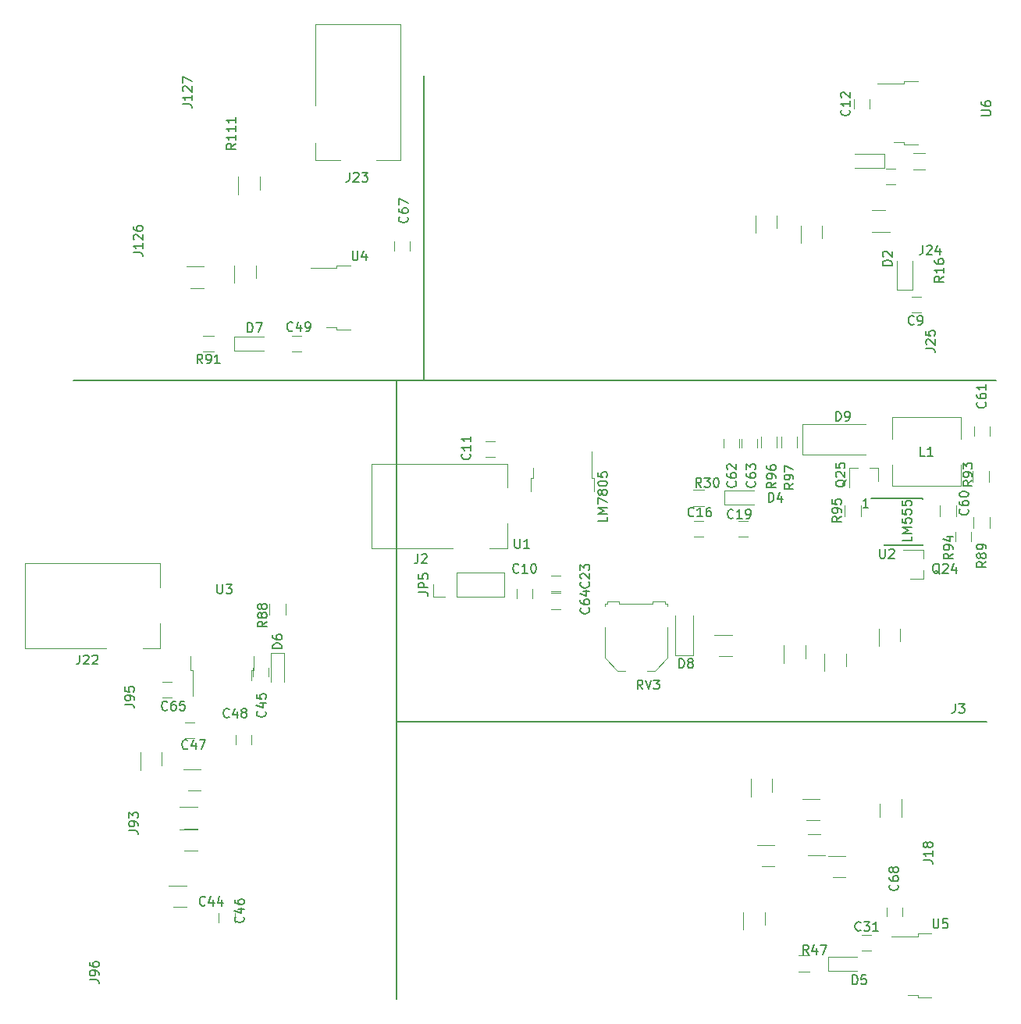
<source format=gbr>
G04 #@! TF.FileFunction,Legend,Top*
%FSLAX46Y46*%
G04 Gerber Fmt 4.6, Leading zero omitted, Abs format (unit mm)*
G04 Created by KiCad (PCBNEW 4.0.7) date 07/12/20 21:39:17*
%MOMM*%
%LPD*%
G01*
G04 APERTURE LIST*
%ADD10C,0.100000*%
%ADD11C,0.150000*%
%ADD12C,0.200000*%
%ADD13C,0.120000*%
G04 APERTURE END LIST*
D10*
D11*
X114852381Y-79766666D02*
X114852381Y-80242857D01*
X113852381Y-80242857D01*
X114852381Y-79433333D02*
X113852381Y-79433333D01*
X114566667Y-79099999D01*
X113852381Y-78766666D01*
X114852381Y-78766666D01*
X113852381Y-78385714D02*
X113852381Y-77719047D01*
X114852381Y-78147619D01*
X114280952Y-77195238D02*
X114233333Y-77290476D01*
X114185714Y-77338095D01*
X114090476Y-77385714D01*
X114042857Y-77385714D01*
X113947619Y-77338095D01*
X113900000Y-77290476D01*
X113852381Y-77195238D01*
X113852381Y-77004761D01*
X113900000Y-76909523D01*
X113947619Y-76861904D01*
X114042857Y-76814285D01*
X114090476Y-76814285D01*
X114185714Y-76861904D01*
X114233333Y-76909523D01*
X114280952Y-77004761D01*
X114280952Y-77195238D01*
X114328571Y-77290476D01*
X114376190Y-77338095D01*
X114471429Y-77385714D01*
X114661905Y-77385714D01*
X114757143Y-77338095D01*
X114804762Y-77290476D01*
X114852381Y-77195238D01*
X114852381Y-77004761D01*
X114804762Y-76909523D01*
X114757143Y-76861904D01*
X114661905Y-76814285D01*
X114471429Y-76814285D01*
X114376190Y-76861904D01*
X114328571Y-76909523D01*
X114280952Y-77004761D01*
X113852381Y-76195238D02*
X113852381Y-76099999D01*
X113900000Y-76004761D01*
X113947619Y-75957142D01*
X114042857Y-75909523D01*
X114233333Y-75861904D01*
X114471429Y-75861904D01*
X114661905Y-75909523D01*
X114757143Y-75957142D01*
X114804762Y-76004761D01*
X114852381Y-76099999D01*
X114852381Y-76195238D01*
X114804762Y-76290476D01*
X114757143Y-76338095D01*
X114661905Y-76385714D01*
X114471429Y-76433333D01*
X114233333Y-76433333D01*
X114042857Y-76385714D01*
X113947619Y-76338095D01*
X113900000Y-76290476D01*
X113852381Y-76195238D01*
X113852381Y-74957142D02*
X113852381Y-75433333D01*
X114328571Y-75480952D01*
X114280952Y-75433333D01*
X114233333Y-75338095D01*
X114233333Y-75099999D01*
X114280952Y-75004761D01*
X114328571Y-74957142D01*
X114423810Y-74909523D01*
X114661905Y-74909523D01*
X114757143Y-74957142D01*
X114804762Y-75004761D01*
X114852381Y-75099999D01*
X114852381Y-75338095D01*
X114804762Y-75433333D01*
X114757143Y-75480952D01*
X143185715Y-78752381D02*
X142614286Y-78752381D01*
X142900000Y-78752381D02*
X142900000Y-77752381D01*
X142804762Y-77895238D01*
X142709524Y-77990476D01*
X142614286Y-78038095D01*
X147852381Y-81890476D02*
X147852381Y-82366667D01*
X146852381Y-82366667D01*
X147852381Y-81557143D02*
X146852381Y-81557143D01*
X147566667Y-81223809D01*
X146852381Y-80890476D01*
X147852381Y-80890476D01*
X146852381Y-79938095D02*
X146852381Y-80414286D01*
X147328571Y-80461905D01*
X147280952Y-80414286D01*
X147233333Y-80319048D01*
X147233333Y-80080952D01*
X147280952Y-79985714D01*
X147328571Y-79938095D01*
X147423810Y-79890476D01*
X147661905Y-79890476D01*
X147757143Y-79938095D01*
X147804762Y-79985714D01*
X147852381Y-80080952D01*
X147852381Y-80319048D01*
X147804762Y-80414286D01*
X147757143Y-80461905D01*
X146852381Y-78985714D02*
X146852381Y-79461905D01*
X147328571Y-79509524D01*
X147280952Y-79461905D01*
X147233333Y-79366667D01*
X147233333Y-79128571D01*
X147280952Y-79033333D01*
X147328571Y-78985714D01*
X147423810Y-78938095D01*
X147661905Y-78938095D01*
X147757143Y-78985714D01*
X147804762Y-79033333D01*
X147852381Y-79128571D01*
X147852381Y-79366667D01*
X147804762Y-79461905D01*
X147757143Y-79509524D01*
X146852381Y-78033333D02*
X146852381Y-78509524D01*
X147328571Y-78557143D01*
X147280952Y-78509524D01*
X147233333Y-78414286D01*
X147233333Y-78176190D01*
X147280952Y-78080952D01*
X147328571Y-78033333D01*
X147423810Y-77985714D01*
X147661905Y-77985714D01*
X147757143Y-78033333D01*
X147804762Y-78080952D01*
X147852381Y-78176190D01*
X147852381Y-78414286D01*
X147804762Y-78509524D01*
X147757143Y-78557143D01*
D12*
X95000000Y-65000000D02*
X95000000Y-32000000D01*
X92000000Y-65000000D02*
X92000000Y-132000000D01*
X156000000Y-102000000D02*
X92000000Y-102000000D01*
X57000000Y-65000000D02*
X157000000Y-65000000D01*
D13*
X70400000Y-111240000D02*
X68500000Y-111240000D01*
X69000000Y-113560000D02*
X70400000Y-113560000D01*
X129640000Y-122600000D02*
X129640000Y-124500000D01*
X131960000Y-124000000D02*
X131960000Y-122600000D01*
X137900000Y-110340000D02*
X136000000Y-110340000D01*
X136500000Y-112660000D02*
X137900000Y-112660000D01*
X145100000Y-43750000D02*
X146100000Y-43750000D01*
X146100000Y-42050000D02*
X145100000Y-42050000D01*
X148920000Y-55880000D02*
X147920000Y-55880000D01*
X147920000Y-57580000D02*
X148920000Y-57580000D01*
X141700000Y-40450000D02*
X144900000Y-40450000D01*
X144900000Y-41950000D02*
X141700000Y-41950000D01*
X144900000Y-41950000D02*
X144900000Y-40450000D01*
X146280000Y-55140000D02*
X147980000Y-55140000D01*
X147980000Y-55140000D02*
X147980000Y-51990000D01*
X146280000Y-55140000D02*
X146280000Y-51990000D01*
X149300000Y-42080000D02*
X148100000Y-42080000D01*
X148100000Y-40320000D02*
X149300000Y-40320000D01*
X106750000Y-88600000D02*
X106750000Y-87600000D01*
X105050000Y-87600000D02*
X105050000Y-88600000D01*
X102700000Y-71550000D02*
X101700000Y-71550000D01*
X101700000Y-73250000D02*
X102700000Y-73250000D01*
X125300000Y-80250000D02*
X124300000Y-80250000D01*
X124300000Y-81950000D02*
X125300000Y-81950000D01*
X129100000Y-81950000D02*
X130100000Y-81950000D01*
X130100000Y-80250000D02*
X129100000Y-80250000D01*
X130800000Y-78450000D02*
X127600000Y-78450000D01*
X127600000Y-76950000D02*
X130800000Y-76950000D01*
X127600000Y-76950000D02*
X127600000Y-78450000D01*
X98100000Y-83200000D02*
X89300000Y-83200000D01*
X89300000Y-83200000D02*
X89300000Y-74000000D01*
X104000000Y-80500000D02*
X104000000Y-83200000D01*
X104000000Y-83200000D02*
X102100000Y-83200000D01*
X89300000Y-74000000D02*
X104000000Y-74000000D01*
X104000000Y-74000000D02*
X104000000Y-76600000D01*
X124200000Y-76820000D02*
X125400000Y-76820000D01*
X125400000Y-78580000D02*
X124200000Y-78580000D01*
X113450000Y-77030000D02*
X113450000Y-75530000D01*
X113450000Y-75530000D02*
X113180000Y-75530000D01*
X113180000Y-75530000D02*
X113180000Y-72700000D01*
X106550000Y-77030000D02*
X106550000Y-75530000D01*
X106550000Y-75530000D02*
X106820000Y-75530000D01*
X106820000Y-75530000D02*
X106820000Y-74430000D01*
X143510000Y-125102000D02*
X142510000Y-125102000D01*
X142510000Y-126802000D02*
X143510000Y-126802000D01*
X142000000Y-128950000D02*
X138800000Y-128950000D01*
X138800000Y-127450000D02*
X142000000Y-127450000D01*
X138800000Y-127450000D02*
X138800000Y-128950000D01*
X135600000Y-127320000D02*
X136800000Y-127320000D01*
X136800000Y-129080000D02*
X135600000Y-129080000D01*
X78150000Y-97100000D02*
X78150000Y-96100000D01*
X76450000Y-96100000D02*
X76450000Y-97100000D01*
X78350000Y-97700000D02*
X78350000Y-94500000D01*
X79850000Y-94500000D02*
X79850000Y-97700000D01*
X79850000Y-94500000D02*
X78350000Y-94500000D01*
X79980000Y-89200000D02*
X79980000Y-90400000D01*
X78220000Y-90400000D02*
X78220000Y-89200000D01*
X72750000Y-122700000D02*
X72750000Y-123700000D01*
X74450000Y-123700000D02*
X74450000Y-122700000D01*
X69100000Y-103750000D02*
X70100000Y-103750000D01*
X70100000Y-102050000D02*
X69100000Y-102050000D01*
X76250000Y-104400000D02*
X76250000Y-103400000D01*
X74550000Y-103400000D02*
X74550000Y-104400000D01*
X81700000Y-60150000D02*
X80700000Y-60150000D01*
X80700000Y-61850000D02*
X81700000Y-61850000D01*
X77600000Y-61750000D02*
X74400000Y-61750000D01*
X74400000Y-60250000D02*
X77600000Y-60250000D01*
X74400000Y-60250000D02*
X74400000Y-61750000D01*
X114650000Y-89450000D02*
X114650000Y-89200000D01*
X114650000Y-89200000D02*
X114900000Y-89200000D01*
X114900000Y-89200000D02*
X114900000Y-88950000D01*
X114900000Y-88950000D02*
X116150000Y-88950000D01*
X116150000Y-88950000D02*
X116150000Y-89200000D01*
X116150000Y-89200000D02*
X119800000Y-89200000D01*
X119800000Y-89200000D02*
X119800000Y-88950000D01*
X119800000Y-88950000D02*
X121100000Y-88950000D01*
X121100000Y-88950000D02*
X121100000Y-89200000D01*
X121100000Y-89200000D02*
X121400000Y-89200000D01*
X121400000Y-89200000D02*
X121400000Y-89450000D01*
X116850000Y-96500000D02*
X115950000Y-96500000D01*
X115950000Y-96500000D02*
X114600000Y-95000000D01*
X114600000Y-95000000D02*
X114600000Y-91700000D01*
X121400000Y-91700000D02*
X121400000Y-95050000D01*
X121400000Y-95050000D02*
X120050000Y-96500000D01*
X120050000Y-96500000D02*
X119150000Y-96500000D01*
X154350000Y-82400000D02*
X154350000Y-81400000D01*
X152650000Y-81400000D02*
X152650000Y-82400000D01*
X154650000Y-70000000D02*
X154650000Y-71000000D01*
X156350000Y-71000000D02*
X156350000Y-70000000D01*
X103710000Y-88430000D02*
X103710000Y-85770000D01*
X98570000Y-88430000D02*
X103710000Y-88430000D01*
X98570000Y-85770000D02*
X103710000Y-85770000D01*
X98570000Y-88430000D02*
X98570000Y-85770000D01*
X97300000Y-88430000D02*
X95970000Y-88430000D01*
X95970000Y-88430000D02*
X95970000Y-87100000D01*
X149160000Y-86480000D02*
X149160000Y-85550000D01*
X149160000Y-83320000D02*
X149160000Y-84250000D01*
X149160000Y-83320000D02*
X147000000Y-83320000D01*
X149160000Y-86480000D02*
X147700000Y-86480000D01*
X144280000Y-74440000D02*
X143350000Y-74440000D01*
X141120000Y-74440000D02*
X142050000Y-74440000D01*
X141120000Y-74440000D02*
X141120000Y-76600000D01*
X144280000Y-74440000D02*
X144280000Y-75900000D01*
X154620000Y-81000000D02*
X154620000Y-79800000D01*
X156380000Y-79800000D02*
X156380000Y-81000000D01*
X156280000Y-74800000D02*
X156280000Y-76000000D01*
X154520000Y-76000000D02*
X154520000Y-74800000D01*
X150920000Y-79700000D02*
X150920000Y-78500000D01*
X152680000Y-78500000D02*
X152680000Y-79700000D01*
X142380000Y-78500000D02*
X142380000Y-79700000D01*
X140620000Y-79700000D02*
X140620000Y-78500000D01*
X131520000Y-72300000D02*
X131520000Y-71100000D01*
X133280000Y-71100000D02*
X133280000Y-72300000D01*
X135480000Y-71100000D02*
X135480000Y-72300000D01*
X133720000Y-72300000D02*
X133720000Y-71100000D01*
D11*
X144925000Y-77725000D02*
X144925000Y-77775000D01*
X149075000Y-77725000D02*
X149075000Y-77870000D01*
X149075000Y-82875000D02*
X149075000Y-82730000D01*
X144925000Y-82875000D02*
X144925000Y-82730000D01*
X144925000Y-77725000D02*
X149075000Y-77725000D01*
X144925000Y-82875000D02*
X149075000Y-82875000D01*
X144925000Y-77775000D02*
X143525000Y-77775000D01*
D13*
X129150000Y-72300000D02*
X129150000Y-71300000D01*
X127450000Y-71300000D02*
X127450000Y-72300000D01*
X129450000Y-71300000D02*
X129450000Y-72300000D01*
X131150000Y-72300000D02*
X131150000Y-71300000D01*
X122200000Y-90450000D02*
X122200000Y-94750000D01*
X122200000Y-94750000D02*
X124200000Y-94750000D01*
X124200000Y-94750000D02*
X124200000Y-90450000D01*
X145800000Y-71300000D02*
X145800000Y-69000000D01*
X145800000Y-69000000D02*
X153200000Y-69000000D01*
X153200000Y-69000000D02*
X153200000Y-71300000D01*
X153200000Y-74100000D02*
X153200000Y-76400000D01*
X153200000Y-76400000D02*
X145800000Y-76400000D01*
X145800000Y-76400000D02*
X145800000Y-74100000D01*
X136000000Y-69750000D02*
X136000000Y-73050000D01*
X136000000Y-73050000D02*
X142900000Y-73050000D01*
X136000000Y-69750000D02*
X142900000Y-69750000D01*
X108800000Y-87850000D02*
X109800000Y-87850000D01*
X109800000Y-86150000D02*
X108800000Y-86150000D01*
X108800000Y-89750000D02*
X109800000Y-89750000D01*
X109800000Y-88050000D02*
X108800000Y-88050000D01*
X67600000Y-97650000D02*
X66600000Y-97650000D01*
X66600000Y-99350000D02*
X67600000Y-99350000D01*
X69650000Y-94870000D02*
X69650000Y-96370000D01*
X69650000Y-96370000D02*
X69920000Y-96370000D01*
X69920000Y-96370000D02*
X69920000Y-99200000D01*
X76550000Y-94870000D02*
X76550000Y-96370000D01*
X76550000Y-96370000D02*
X76280000Y-96370000D01*
X76280000Y-96370000D02*
X76280000Y-97470000D01*
X60500000Y-94000000D02*
X51700000Y-94000000D01*
X51700000Y-94000000D02*
X51700000Y-84800000D01*
X66400000Y-91300000D02*
X66400000Y-94000000D01*
X66400000Y-94000000D02*
X64500000Y-94000000D01*
X51700000Y-84800000D02*
X66400000Y-84800000D01*
X66400000Y-84800000D02*
X66400000Y-87400000D01*
X83200000Y-35200000D02*
X83200000Y-26400000D01*
X83200000Y-26400000D02*
X92400000Y-26400000D01*
X85900000Y-41100000D02*
X83200000Y-41100000D01*
X83200000Y-41100000D02*
X83200000Y-39200000D01*
X92400000Y-26400000D02*
X92400000Y-41100000D01*
X92400000Y-41100000D02*
X89800000Y-41100000D01*
X130940000Y-47100000D02*
X130940000Y-49000000D01*
X133260000Y-48500000D02*
X133260000Y-47100000D01*
X135840000Y-48200000D02*
X135840000Y-50100000D01*
X138160000Y-49600000D02*
X138160000Y-48200000D01*
X143600000Y-48860000D02*
X145500000Y-48860000D01*
X145000000Y-46540000D02*
X143600000Y-46540000D01*
X128400000Y-92540000D02*
X126500000Y-92540000D01*
X127000000Y-94860000D02*
X128400000Y-94860000D01*
X134040000Y-93700000D02*
X134040000Y-95600000D01*
X136360000Y-95100000D02*
X136360000Y-93700000D01*
X138440000Y-94600000D02*
X138440000Y-96500000D01*
X140760000Y-96000000D02*
X140760000Y-94600000D01*
X144340000Y-91900000D02*
X144340000Y-93800000D01*
X146660000Y-93300000D02*
X146660000Y-91900000D01*
X130440000Y-108200000D02*
X130440000Y-110100000D01*
X132760000Y-109600000D02*
X132760000Y-108200000D01*
X140700000Y-116540000D02*
X138800000Y-116540000D01*
X139300000Y-118860000D02*
X140700000Y-118860000D01*
X133000000Y-115340000D02*
X131100000Y-115340000D01*
X131600000Y-117660000D02*
X133000000Y-117660000D01*
X136600000Y-116460000D02*
X138500000Y-116460000D01*
X138000000Y-114140000D02*
X136600000Y-114140000D01*
X146760000Y-112300000D02*
X146760000Y-110400000D01*
X144440000Y-110900000D02*
X144440000Y-112300000D01*
X64240000Y-105300000D02*
X64240000Y-107200000D01*
X66560000Y-106700000D02*
X66560000Y-105300000D01*
X70400000Y-113640000D02*
X68500000Y-113640000D01*
X69000000Y-115960000D02*
X70400000Y-115960000D01*
X69200000Y-119740000D02*
X67300000Y-119740000D01*
X67800000Y-122060000D02*
X69200000Y-122060000D01*
X70800000Y-107140000D02*
X68900000Y-107140000D01*
X69400000Y-109460000D02*
X70800000Y-109460000D01*
X71100000Y-52640000D02*
X69200000Y-52640000D01*
X69700000Y-54960000D02*
X71100000Y-54960000D01*
X74440000Y-52500000D02*
X74440000Y-54400000D01*
X76760000Y-53900000D02*
X76760000Y-52500000D01*
X74840000Y-42900000D02*
X74840000Y-44800000D01*
X77160000Y-44300000D02*
X77160000Y-42900000D01*
X71000000Y-60120000D02*
X72200000Y-60120000D01*
X72200000Y-61880000D02*
X71000000Y-61880000D01*
X93450000Y-50900000D02*
X93450000Y-49900000D01*
X91750000Y-49900000D02*
X91750000Y-50900000D01*
X87030000Y-52550000D02*
X85530000Y-52550000D01*
X85530000Y-52550000D02*
X85530000Y-52820000D01*
X85530000Y-52820000D02*
X82700000Y-52820000D01*
X87030000Y-59450000D02*
X85530000Y-59450000D01*
X85530000Y-59450000D02*
X85530000Y-59180000D01*
X85530000Y-59180000D02*
X84430000Y-59180000D01*
X146850000Y-123100000D02*
X146850000Y-122100000D01*
X145150000Y-122100000D02*
X145150000Y-123100000D01*
X150030000Y-124950000D02*
X148530000Y-124950000D01*
X148530000Y-124950000D02*
X148530000Y-125220000D01*
X148530000Y-125220000D02*
X145700000Y-125220000D01*
X150030000Y-131850000D02*
X148530000Y-131850000D01*
X148530000Y-131850000D02*
X148530000Y-131580000D01*
X148530000Y-131580000D02*
X147430000Y-131580000D01*
X141650000Y-34500000D02*
X141650000Y-35500000D01*
X143350000Y-35500000D02*
X143350000Y-34500000D01*
X148530000Y-32550000D02*
X147030000Y-32550000D01*
X147030000Y-32550000D02*
X147030000Y-32820000D01*
X147030000Y-32820000D02*
X144200000Y-32820000D01*
X148530000Y-39450000D02*
X147030000Y-39450000D01*
X147030000Y-39450000D02*
X147030000Y-39180000D01*
X147030000Y-39180000D02*
X145930000Y-39180000D01*
D11*
X62552381Y-100109523D02*
X63266667Y-100109523D01*
X63409524Y-100157143D01*
X63504762Y-100252381D01*
X63552381Y-100395238D01*
X63552381Y-100490476D01*
X63552381Y-99585714D02*
X63552381Y-99395238D01*
X63504762Y-99299999D01*
X63457143Y-99252380D01*
X63314286Y-99157142D01*
X63123810Y-99109523D01*
X62742857Y-99109523D01*
X62647619Y-99157142D01*
X62600000Y-99204761D01*
X62552381Y-99299999D01*
X62552381Y-99490476D01*
X62600000Y-99585714D01*
X62647619Y-99633333D01*
X62742857Y-99680952D01*
X62980952Y-99680952D01*
X63076190Y-99633333D01*
X63123810Y-99585714D01*
X63171429Y-99490476D01*
X63171429Y-99299999D01*
X63123810Y-99204761D01*
X63076190Y-99157142D01*
X62980952Y-99109523D01*
X62552381Y-98204761D02*
X62552381Y-98680952D01*
X63028571Y-98728571D01*
X62980952Y-98680952D01*
X62933333Y-98585714D01*
X62933333Y-98347618D01*
X62980952Y-98252380D01*
X63028571Y-98204761D01*
X63123810Y-98157142D01*
X63361905Y-98157142D01*
X63457143Y-98204761D01*
X63504762Y-98252380D01*
X63552381Y-98347618D01*
X63552381Y-98585714D01*
X63504762Y-98680952D01*
X63457143Y-98728571D01*
X148133334Y-58857143D02*
X148085715Y-58904762D01*
X147942858Y-58952381D01*
X147847620Y-58952381D01*
X147704762Y-58904762D01*
X147609524Y-58809524D01*
X147561905Y-58714286D01*
X147514286Y-58523810D01*
X147514286Y-58380952D01*
X147561905Y-58190476D01*
X147609524Y-58095238D01*
X147704762Y-58000000D01*
X147847620Y-57952381D01*
X147942858Y-57952381D01*
X148085715Y-58000000D01*
X148133334Y-58047619D01*
X148609524Y-58952381D02*
X148800000Y-58952381D01*
X148895239Y-58904762D01*
X148942858Y-58857143D01*
X149038096Y-58714286D01*
X149085715Y-58523810D01*
X149085715Y-58142857D01*
X149038096Y-58047619D01*
X148990477Y-58000000D01*
X148895239Y-57952381D01*
X148704762Y-57952381D01*
X148609524Y-58000000D01*
X148561905Y-58047619D01*
X148514286Y-58142857D01*
X148514286Y-58380952D01*
X148561905Y-58476190D01*
X148609524Y-58523810D01*
X148704762Y-58571429D01*
X148895239Y-58571429D01*
X148990477Y-58523810D01*
X149038096Y-58476190D01*
X149085715Y-58380952D01*
X145740381Y-52522095D02*
X144740381Y-52522095D01*
X144740381Y-52284000D01*
X144788000Y-52141142D01*
X144883238Y-52045904D01*
X144978476Y-51998285D01*
X145168952Y-51950666D01*
X145311810Y-51950666D01*
X145502286Y-51998285D01*
X145597524Y-52045904D01*
X145692762Y-52141142D01*
X145740381Y-52284000D01*
X145740381Y-52522095D01*
X144835619Y-51569714D02*
X144788000Y-51522095D01*
X144740381Y-51426857D01*
X144740381Y-51188761D01*
X144788000Y-51093523D01*
X144835619Y-51045904D01*
X144930857Y-50998285D01*
X145026095Y-50998285D01*
X145168952Y-51045904D01*
X145740381Y-51617333D01*
X145740381Y-50998285D01*
X149090477Y-50352381D02*
X149090477Y-51066667D01*
X149042857Y-51209524D01*
X148947619Y-51304762D01*
X148804762Y-51352381D01*
X148709524Y-51352381D01*
X149519048Y-50447619D02*
X149566667Y-50400000D01*
X149661905Y-50352381D01*
X149900001Y-50352381D01*
X149995239Y-50400000D01*
X150042858Y-50447619D01*
X150090477Y-50542857D01*
X150090477Y-50638095D01*
X150042858Y-50780952D01*
X149471429Y-51352381D01*
X150090477Y-51352381D01*
X150947620Y-50685714D02*
X150947620Y-51352381D01*
X150709524Y-50304762D02*
X150471429Y-51019048D01*
X151090477Y-51019048D01*
X149417381Y-61524523D02*
X150131667Y-61524523D01*
X150274524Y-61572143D01*
X150369762Y-61667381D01*
X150417381Y-61810238D01*
X150417381Y-61905476D01*
X149512619Y-61095952D02*
X149465000Y-61048333D01*
X149417381Y-60953095D01*
X149417381Y-60714999D01*
X149465000Y-60619761D01*
X149512619Y-60572142D01*
X149607857Y-60524523D01*
X149703095Y-60524523D01*
X149845952Y-60572142D01*
X150417381Y-61143571D01*
X150417381Y-60524523D01*
X149417381Y-59619761D02*
X149417381Y-60095952D01*
X149893571Y-60143571D01*
X149845952Y-60095952D01*
X149798333Y-60000714D01*
X149798333Y-59762618D01*
X149845952Y-59667380D01*
X149893571Y-59619761D01*
X149988810Y-59572142D01*
X150226905Y-59572142D01*
X150322143Y-59619761D01*
X150369762Y-59667380D01*
X150417381Y-59762618D01*
X150417381Y-60000714D01*
X150369762Y-60095952D01*
X150322143Y-60143571D01*
X105257143Y-85757143D02*
X105209524Y-85804762D01*
X105066667Y-85852381D01*
X104971429Y-85852381D01*
X104828571Y-85804762D01*
X104733333Y-85709524D01*
X104685714Y-85614286D01*
X104638095Y-85423810D01*
X104638095Y-85280952D01*
X104685714Y-85090476D01*
X104733333Y-84995238D01*
X104828571Y-84900000D01*
X104971429Y-84852381D01*
X105066667Y-84852381D01*
X105209524Y-84900000D01*
X105257143Y-84947619D01*
X106209524Y-85852381D02*
X105638095Y-85852381D01*
X105923809Y-85852381D02*
X105923809Y-84852381D01*
X105828571Y-84995238D01*
X105733333Y-85090476D01*
X105638095Y-85138095D01*
X106828571Y-84852381D02*
X106923810Y-84852381D01*
X107019048Y-84900000D01*
X107066667Y-84947619D01*
X107114286Y-85042857D01*
X107161905Y-85233333D01*
X107161905Y-85471429D01*
X107114286Y-85661905D01*
X107066667Y-85757143D01*
X107019048Y-85804762D01*
X106923810Y-85852381D01*
X106828571Y-85852381D01*
X106733333Y-85804762D01*
X106685714Y-85757143D01*
X106638095Y-85661905D01*
X106590476Y-85471429D01*
X106590476Y-85233333D01*
X106638095Y-85042857D01*
X106685714Y-84947619D01*
X106733333Y-84900000D01*
X106828571Y-84852381D01*
X99957143Y-72942857D02*
X100004762Y-72990476D01*
X100052381Y-73133333D01*
X100052381Y-73228571D01*
X100004762Y-73371429D01*
X99909524Y-73466667D01*
X99814286Y-73514286D01*
X99623810Y-73561905D01*
X99480952Y-73561905D01*
X99290476Y-73514286D01*
X99195238Y-73466667D01*
X99100000Y-73371429D01*
X99052381Y-73228571D01*
X99052381Y-73133333D01*
X99100000Y-72990476D01*
X99147619Y-72942857D01*
X100052381Y-71990476D02*
X100052381Y-72561905D01*
X100052381Y-72276191D02*
X99052381Y-72276191D01*
X99195238Y-72371429D01*
X99290476Y-72466667D01*
X99338095Y-72561905D01*
X100052381Y-71038095D02*
X100052381Y-71609524D01*
X100052381Y-71323810D02*
X99052381Y-71323810D01*
X99195238Y-71419048D01*
X99290476Y-71514286D01*
X99338095Y-71609524D01*
X124257143Y-79657143D02*
X124209524Y-79704762D01*
X124066667Y-79752381D01*
X123971429Y-79752381D01*
X123828571Y-79704762D01*
X123733333Y-79609524D01*
X123685714Y-79514286D01*
X123638095Y-79323810D01*
X123638095Y-79180952D01*
X123685714Y-78990476D01*
X123733333Y-78895238D01*
X123828571Y-78800000D01*
X123971429Y-78752381D01*
X124066667Y-78752381D01*
X124209524Y-78800000D01*
X124257143Y-78847619D01*
X125209524Y-79752381D02*
X124638095Y-79752381D01*
X124923809Y-79752381D02*
X124923809Y-78752381D01*
X124828571Y-78895238D01*
X124733333Y-78990476D01*
X124638095Y-79038095D01*
X126066667Y-78752381D02*
X125876190Y-78752381D01*
X125780952Y-78800000D01*
X125733333Y-78847619D01*
X125638095Y-78990476D01*
X125590476Y-79180952D01*
X125590476Y-79561905D01*
X125638095Y-79657143D01*
X125685714Y-79704762D01*
X125780952Y-79752381D01*
X125971429Y-79752381D01*
X126066667Y-79704762D01*
X126114286Y-79657143D01*
X126161905Y-79561905D01*
X126161905Y-79323810D01*
X126114286Y-79228571D01*
X126066667Y-79180952D01*
X125971429Y-79133333D01*
X125780952Y-79133333D01*
X125685714Y-79180952D01*
X125638095Y-79228571D01*
X125590476Y-79323810D01*
X128537143Y-79857143D02*
X128489524Y-79904762D01*
X128346667Y-79952381D01*
X128251429Y-79952381D01*
X128108571Y-79904762D01*
X128013333Y-79809524D01*
X127965714Y-79714286D01*
X127918095Y-79523810D01*
X127918095Y-79380952D01*
X127965714Y-79190476D01*
X128013333Y-79095238D01*
X128108571Y-79000000D01*
X128251429Y-78952381D01*
X128346667Y-78952381D01*
X128489524Y-79000000D01*
X128537143Y-79047619D01*
X129489524Y-79952381D02*
X128918095Y-79952381D01*
X129203809Y-79952381D02*
X129203809Y-78952381D01*
X129108571Y-79095238D01*
X129013333Y-79190476D01*
X128918095Y-79238095D01*
X129965714Y-79952381D02*
X130156190Y-79952381D01*
X130251429Y-79904762D01*
X130299048Y-79857143D01*
X130394286Y-79714286D01*
X130441905Y-79523810D01*
X130441905Y-79142857D01*
X130394286Y-79047619D01*
X130346667Y-79000000D01*
X130251429Y-78952381D01*
X130060952Y-78952381D01*
X129965714Y-79000000D01*
X129918095Y-79047619D01*
X129870476Y-79142857D01*
X129870476Y-79380952D01*
X129918095Y-79476190D01*
X129965714Y-79523810D01*
X130060952Y-79571429D01*
X130251429Y-79571429D01*
X130346667Y-79523810D01*
X130394286Y-79476190D01*
X130441905Y-79380952D01*
X132361905Y-78152381D02*
X132361905Y-77152381D01*
X132600000Y-77152381D01*
X132742858Y-77200000D01*
X132838096Y-77295238D01*
X132885715Y-77390476D01*
X132933334Y-77580952D01*
X132933334Y-77723810D01*
X132885715Y-77914286D01*
X132838096Y-78009524D01*
X132742858Y-78104762D01*
X132600000Y-78152381D01*
X132361905Y-78152381D01*
X133790477Y-77485714D02*
X133790477Y-78152381D01*
X133552381Y-77104762D02*
X133314286Y-77819048D01*
X133933334Y-77819048D01*
X94316667Y-83802381D02*
X94316667Y-84516667D01*
X94269047Y-84659524D01*
X94173809Y-84754762D01*
X94030952Y-84802381D01*
X93935714Y-84802381D01*
X94745238Y-83897619D02*
X94792857Y-83850000D01*
X94888095Y-83802381D01*
X95126191Y-83802381D01*
X95221429Y-83850000D01*
X95269048Y-83897619D01*
X95316667Y-83992857D01*
X95316667Y-84088095D01*
X95269048Y-84230952D01*
X94697619Y-84802381D01*
X95316667Y-84802381D01*
X152616667Y-100022381D02*
X152616667Y-100736667D01*
X152569047Y-100879524D01*
X152473809Y-100974762D01*
X152330952Y-101022381D01*
X152235714Y-101022381D01*
X152997619Y-100022381D02*
X153616667Y-100022381D01*
X153283333Y-100403333D01*
X153426191Y-100403333D01*
X153521429Y-100450952D01*
X153569048Y-100498571D01*
X153616667Y-100593810D01*
X153616667Y-100831905D01*
X153569048Y-100927143D01*
X153521429Y-100974762D01*
X153426191Y-101022381D01*
X153140476Y-101022381D01*
X153045238Y-100974762D01*
X152997619Y-100927143D01*
X125057143Y-76552381D02*
X124723809Y-76076190D01*
X124485714Y-76552381D02*
X124485714Y-75552381D01*
X124866667Y-75552381D01*
X124961905Y-75600000D01*
X125009524Y-75647619D01*
X125057143Y-75742857D01*
X125057143Y-75885714D01*
X125009524Y-75980952D01*
X124961905Y-76028571D01*
X124866667Y-76076190D01*
X124485714Y-76076190D01*
X125390476Y-75552381D02*
X126009524Y-75552381D01*
X125676190Y-75933333D01*
X125819048Y-75933333D01*
X125914286Y-75980952D01*
X125961905Y-76028571D01*
X126009524Y-76123810D01*
X126009524Y-76361905D01*
X125961905Y-76457143D01*
X125914286Y-76504762D01*
X125819048Y-76552381D01*
X125533333Y-76552381D01*
X125438095Y-76504762D01*
X125390476Y-76457143D01*
X126628571Y-75552381D02*
X126723810Y-75552381D01*
X126819048Y-75600000D01*
X126866667Y-75647619D01*
X126914286Y-75742857D01*
X126961905Y-75933333D01*
X126961905Y-76171429D01*
X126914286Y-76361905D01*
X126866667Y-76457143D01*
X126819048Y-76504762D01*
X126723810Y-76552381D01*
X126628571Y-76552381D01*
X126533333Y-76504762D01*
X126485714Y-76457143D01*
X126438095Y-76361905D01*
X126390476Y-76171429D01*
X126390476Y-75933333D01*
X126438095Y-75742857D01*
X126485714Y-75647619D01*
X126533333Y-75600000D01*
X126628571Y-75552381D01*
X104838095Y-82152381D02*
X104838095Y-82961905D01*
X104885714Y-83057143D01*
X104933333Y-83104762D01*
X105028571Y-83152381D01*
X105219048Y-83152381D01*
X105314286Y-83104762D01*
X105361905Y-83057143D01*
X105409524Y-82961905D01*
X105409524Y-82152381D01*
X106409524Y-83152381D02*
X105838095Y-83152381D01*
X106123809Y-83152381D02*
X106123809Y-82152381D01*
X106028571Y-82295238D01*
X105933333Y-82390476D01*
X105838095Y-82438095D01*
X142367143Y-124559143D02*
X142319524Y-124606762D01*
X142176667Y-124654381D01*
X142081429Y-124654381D01*
X141938571Y-124606762D01*
X141843333Y-124511524D01*
X141795714Y-124416286D01*
X141748095Y-124225810D01*
X141748095Y-124082952D01*
X141795714Y-123892476D01*
X141843333Y-123797238D01*
X141938571Y-123702000D01*
X142081429Y-123654381D01*
X142176667Y-123654381D01*
X142319524Y-123702000D01*
X142367143Y-123749619D01*
X142700476Y-123654381D02*
X143319524Y-123654381D01*
X142986190Y-124035333D01*
X143129048Y-124035333D01*
X143224286Y-124082952D01*
X143271905Y-124130571D01*
X143319524Y-124225810D01*
X143319524Y-124463905D01*
X143271905Y-124559143D01*
X143224286Y-124606762D01*
X143129048Y-124654381D01*
X142843333Y-124654381D01*
X142748095Y-124606762D01*
X142700476Y-124559143D01*
X144271905Y-124654381D02*
X143700476Y-124654381D01*
X143986190Y-124654381D02*
X143986190Y-123654381D01*
X143890952Y-123797238D01*
X143795714Y-123892476D01*
X143700476Y-123940095D01*
X141461905Y-130452381D02*
X141461905Y-129452381D01*
X141700000Y-129452381D01*
X141842858Y-129500000D01*
X141938096Y-129595238D01*
X141985715Y-129690476D01*
X142033334Y-129880952D01*
X142033334Y-130023810D01*
X141985715Y-130214286D01*
X141938096Y-130309524D01*
X141842858Y-130404762D01*
X141700000Y-130452381D01*
X141461905Y-130452381D01*
X142938096Y-129452381D02*
X142461905Y-129452381D01*
X142414286Y-129928571D01*
X142461905Y-129880952D01*
X142557143Y-129833333D01*
X142795239Y-129833333D01*
X142890477Y-129880952D01*
X142938096Y-129928571D01*
X142985715Y-130023810D01*
X142985715Y-130261905D01*
X142938096Y-130357143D01*
X142890477Y-130404762D01*
X142795239Y-130452381D01*
X142557143Y-130452381D01*
X142461905Y-130404762D01*
X142414286Y-130357143D01*
X149142381Y-116984523D02*
X149856667Y-116984523D01*
X149999524Y-117032143D01*
X150094762Y-117127381D01*
X150142381Y-117270238D01*
X150142381Y-117365476D01*
X150142381Y-115984523D02*
X150142381Y-116555952D01*
X150142381Y-116270238D02*
X149142381Y-116270238D01*
X149285238Y-116365476D01*
X149380476Y-116460714D01*
X149428095Y-116555952D01*
X149570952Y-115413095D02*
X149523333Y-115508333D01*
X149475714Y-115555952D01*
X149380476Y-115603571D01*
X149332857Y-115603571D01*
X149237619Y-115555952D01*
X149190000Y-115508333D01*
X149142381Y-115413095D01*
X149142381Y-115222618D01*
X149190000Y-115127380D01*
X149237619Y-115079761D01*
X149332857Y-115032142D01*
X149380476Y-115032142D01*
X149475714Y-115079761D01*
X149523333Y-115127380D01*
X149570952Y-115222618D01*
X149570952Y-115413095D01*
X149618571Y-115508333D01*
X149666190Y-115555952D01*
X149761429Y-115603571D01*
X149951905Y-115603571D01*
X150047143Y-115555952D01*
X150094762Y-115508333D01*
X150142381Y-115413095D01*
X150142381Y-115222618D01*
X150094762Y-115127380D01*
X150047143Y-115079761D01*
X149951905Y-115032142D01*
X149761429Y-115032142D01*
X149666190Y-115079761D01*
X149618571Y-115127380D01*
X149570952Y-115222618D01*
X136704143Y-127178381D02*
X136370809Y-126702190D01*
X136132714Y-127178381D02*
X136132714Y-126178381D01*
X136513667Y-126178381D01*
X136608905Y-126226000D01*
X136656524Y-126273619D01*
X136704143Y-126368857D01*
X136704143Y-126511714D01*
X136656524Y-126606952D01*
X136608905Y-126654571D01*
X136513667Y-126702190D01*
X136132714Y-126702190D01*
X137561286Y-126511714D02*
X137561286Y-127178381D01*
X137323190Y-126130762D02*
X137085095Y-126845048D01*
X137704143Y-126845048D01*
X137989857Y-126178381D02*
X138656524Y-126178381D01*
X138227952Y-127178381D01*
X77757143Y-100842857D02*
X77804762Y-100890476D01*
X77852381Y-101033333D01*
X77852381Y-101128571D01*
X77804762Y-101271429D01*
X77709524Y-101366667D01*
X77614286Y-101414286D01*
X77423810Y-101461905D01*
X77280952Y-101461905D01*
X77090476Y-101414286D01*
X76995238Y-101366667D01*
X76900000Y-101271429D01*
X76852381Y-101128571D01*
X76852381Y-101033333D01*
X76900000Y-100890476D01*
X76947619Y-100842857D01*
X77185714Y-99985714D02*
X77852381Y-99985714D01*
X76804762Y-100223810D02*
X77519048Y-100461905D01*
X77519048Y-99842857D01*
X76852381Y-98985714D02*
X76852381Y-99461905D01*
X77328571Y-99509524D01*
X77280952Y-99461905D01*
X77233333Y-99366667D01*
X77233333Y-99128571D01*
X77280952Y-99033333D01*
X77328571Y-98985714D01*
X77423810Y-98938095D01*
X77661905Y-98938095D01*
X77757143Y-98985714D01*
X77804762Y-99033333D01*
X77852381Y-99128571D01*
X77852381Y-99366667D01*
X77804762Y-99461905D01*
X77757143Y-99509524D01*
X79577381Y-94038095D02*
X78577381Y-94038095D01*
X78577381Y-93800000D01*
X78625000Y-93657142D01*
X78720238Y-93561904D01*
X78815476Y-93514285D01*
X79005952Y-93466666D01*
X79148810Y-93466666D01*
X79339286Y-93514285D01*
X79434524Y-93561904D01*
X79529762Y-93657142D01*
X79577381Y-93800000D01*
X79577381Y-94038095D01*
X78577381Y-92609523D02*
X78577381Y-92800000D01*
X78625000Y-92895238D01*
X78672619Y-92942857D01*
X78815476Y-93038095D01*
X79005952Y-93085714D01*
X79386905Y-93085714D01*
X79482143Y-93038095D01*
X79529762Y-92990476D01*
X79577381Y-92895238D01*
X79577381Y-92704761D01*
X79529762Y-92609523D01*
X79482143Y-92561904D01*
X79386905Y-92514285D01*
X79148810Y-92514285D01*
X79053571Y-92561904D01*
X79005952Y-92609523D01*
X78958333Y-92704761D01*
X78958333Y-92895238D01*
X79005952Y-92990476D01*
X79053571Y-93038095D01*
X79148810Y-93085714D01*
X62977381Y-113759523D02*
X63691667Y-113759523D01*
X63834524Y-113807143D01*
X63929762Y-113902381D01*
X63977381Y-114045238D01*
X63977381Y-114140476D01*
X63977381Y-113235714D02*
X63977381Y-113045238D01*
X63929762Y-112949999D01*
X63882143Y-112902380D01*
X63739286Y-112807142D01*
X63548810Y-112759523D01*
X63167857Y-112759523D01*
X63072619Y-112807142D01*
X63025000Y-112854761D01*
X62977381Y-112949999D01*
X62977381Y-113140476D01*
X63025000Y-113235714D01*
X63072619Y-113283333D01*
X63167857Y-113330952D01*
X63405952Y-113330952D01*
X63501190Y-113283333D01*
X63548810Y-113235714D01*
X63596429Y-113140476D01*
X63596429Y-112949999D01*
X63548810Y-112854761D01*
X63501190Y-112807142D01*
X63405952Y-112759523D01*
X62977381Y-112426190D02*
X62977381Y-111807142D01*
X63358333Y-112140476D01*
X63358333Y-111997618D01*
X63405952Y-111902380D01*
X63453571Y-111854761D01*
X63548810Y-111807142D01*
X63786905Y-111807142D01*
X63882143Y-111854761D01*
X63929762Y-111902380D01*
X63977381Y-111997618D01*
X63977381Y-112283333D01*
X63929762Y-112378571D01*
X63882143Y-112426190D01*
X58727381Y-129934523D02*
X59441667Y-129934523D01*
X59584524Y-129982143D01*
X59679762Y-130077381D01*
X59727381Y-130220238D01*
X59727381Y-130315476D01*
X59727381Y-129410714D02*
X59727381Y-129220238D01*
X59679762Y-129124999D01*
X59632143Y-129077380D01*
X59489286Y-128982142D01*
X59298810Y-128934523D01*
X58917857Y-128934523D01*
X58822619Y-128982142D01*
X58775000Y-129029761D01*
X58727381Y-129124999D01*
X58727381Y-129315476D01*
X58775000Y-129410714D01*
X58822619Y-129458333D01*
X58917857Y-129505952D01*
X59155952Y-129505952D01*
X59251190Y-129458333D01*
X59298810Y-129410714D01*
X59346429Y-129315476D01*
X59346429Y-129124999D01*
X59298810Y-129029761D01*
X59251190Y-128982142D01*
X59155952Y-128934523D01*
X58727381Y-128077380D02*
X58727381Y-128267857D01*
X58775000Y-128363095D01*
X58822619Y-128410714D01*
X58965476Y-128505952D01*
X59155952Y-128553571D01*
X59536905Y-128553571D01*
X59632143Y-128505952D01*
X59679762Y-128458333D01*
X59727381Y-128363095D01*
X59727381Y-128172618D01*
X59679762Y-128077380D01*
X59632143Y-128029761D01*
X59536905Y-127982142D01*
X59298810Y-127982142D01*
X59203571Y-128029761D01*
X59155952Y-128077380D01*
X59108333Y-128172618D01*
X59108333Y-128363095D01*
X59155952Y-128458333D01*
X59203571Y-128505952D01*
X59298810Y-128553571D01*
X77952381Y-91117857D02*
X77476190Y-91451191D01*
X77952381Y-91689286D02*
X76952381Y-91689286D01*
X76952381Y-91308333D01*
X77000000Y-91213095D01*
X77047619Y-91165476D01*
X77142857Y-91117857D01*
X77285714Y-91117857D01*
X77380952Y-91165476D01*
X77428571Y-91213095D01*
X77476190Y-91308333D01*
X77476190Y-91689286D01*
X77380952Y-90546429D02*
X77333333Y-90641667D01*
X77285714Y-90689286D01*
X77190476Y-90736905D01*
X77142857Y-90736905D01*
X77047619Y-90689286D01*
X77000000Y-90641667D01*
X76952381Y-90546429D01*
X76952381Y-90355952D01*
X77000000Y-90260714D01*
X77047619Y-90213095D01*
X77142857Y-90165476D01*
X77190476Y-90165476D01*
X77285714Y-90213095D01*
X77333333Y-90260714D01*
X77380952Y-90355952D01*
X77380952Y-90546429D01*
X77428571Y-90641667D01*
X77476190Y-90689286D01*
X77571429Y-90736905D01*
X77761905Y-90736905D01*
X77857143Y-90689286D01*
X77904762Y-90641667D01*
X77952381Y-90546429D01*
X77952381Y-90355952D01*
X77904762Y-90260714D01*
X77857143Y-90213095D01*
X77761905Y-90165476D01*
X77571429Y-90165476D01*
X77476190Y-90213095D01*
X77428571Y-90260714D01*
X77380952Y-90355952D01*
X77380952Y-89594048D02*
X77333333Y-89689286D01*
X77285714Y-89736905D01*
X77190476Y-89784524D01*
X77142857Y-89784524D01*
X77047619Y-89736905D01*
X77000000Y-89689286D01*
X76952381Y-89594048D01*
X76952381Y-89403571D01*
X77000000Y-89308333D01*
X77047619Y-89260714D01*
X77142857Y-89213095D01*
X77190476Y-89213095D01*
X77285714Y-89260714D01*
X77333333Y-89308333D01*
X77380952Y-89403571D01*
X77380952Y-89594048D01*
X77428571Y-89689286D01*
X77476190Y-89736905D01*
X77571429Y-89784524D01*
X77761905Y-89784524D01*
X77857143Y-89736905D01*
X77904762Y-89689286D01*
X77952381Y-89594048D01*
X77952381Y-89403571D01*
X77904762Y-89308333D01*
X77857143Y-89260714D01*
X77761905Y-89213095D01*
X77571429Y-89213095D01*
X77476190Y-89260714D01*
X77428571Y-89308333D01*
X77380952Y-89403571D01*
X75382143Y-123117857D02*
X75429762Y-123165476D01*
X75477381Y-123308333D01*
X75477381Y-123403571D01*
X75429762Y-123546429D01*
X75334524Y-123641667D01*
X75239286Y-123689286D01*
X75048810Y-123736905D01*
X74905952Y-123736905D01*
X74715476Y-123689286D01*
X74620238Y-123641667D01*
X74525000Y-123546429D01*
X74477381Y-123403571D01*
X74477381Y-123308333D01*
X74525000Y-123165476D01*
X74572619Y-123117857D01*
X74810714Y-122260714D02*
X75477381Y-122260714D01*
X74429762Y-122498810D02*
X75144048Y-122736905D01*
X75144048Y-122117857D01*
X74477381Y-121308333D02*
X74477381Y-121498810D01*
X74525000Y-121594048D01*
X74572619Y-121641667D01*
X74715476Y-121736905D01*
X74905952Y-121784524D01*
X75286905Y-121784524D01*
X75382143Y-121736905D01*
X75429762Y-121689286D01*
X75477381Y-121594048D01*
X75477381Y-121403571D01*
X75429762Y-121308333D01*
X75382143Y-121260714D01*
X75286905Y-121213095D01*
X75048810Y-121213095D01*
X74953571Y-121260714D01*
X74905952Y-121308333D01*
X74858333Y-121403571D01*
X74858333Y-121594048D01*
X74905952Y-121689286D01*
X74953571Y-121736905D01*
X75048810Y-121784524D01*
X69357143Y-104857143D02*
X69309524Y-104904762D01*
X69166667Y-104952381D01*
X69071429Y-104952381D01*
X68928571Y-104904762D01*
X68833333Y-104809524D01*
X68785714Y-104714286D01*
X68738095Y-104523810D01*
X68738095Y-104380952D01*
X68785714Y-104190476D01*
X68833333Y-104095238D01*
X68928571Y-104000000D01*
X69071429Y-103952381D01*
X69166667Y-103952381D01*
X69309524Y-104000000D01*
X69357143Y-104047619D01*
X70214286Y-104285714D02*
X70214286Y-104952381D01*
X69976190Y-103904762D02*
X69738095Y-104619048D01*
X70357143Y-104619048D01*
X70642857Y-103952381D02*
X71309524Y-103952381D01*
X70880952Y-104952381D01*
X73857143Y-101457143D02*
X73809524Y-101504762D01*
X73666667Y-101552381D01*
X73571429Y-101552381D01*
X73428571Y-101504762D01*
X73333333Y-101409524D01*
X73285714Y-101314286D01*
X73238095Y-101123810D01*
X73238095Y-100980952D01*
X73285714Y-100790476D01*
X73333333Y-100695238D01*
X73428571Y-100600000D01*
X73571429Y-100552381D01*
X73666667Y-100552381D01*
X73809524Y-100600000D01*
X73857143Y-100647619D01*
X74714286Y-100885714D02*
X74714286Y-101552381D01*
X74476190Y-100504762D02*
X74238095Y-101219048D01*
X74857143Y-101219048D01*
X75380952Y-100980952D02*
X75285714Y-100933333D01*
X75238095Y-100885714D01*
X75190476Y-100790476D01*
X75190476Y-100742857D01*
X75238095Y-100647619D01*
X75285714Y-100600000D01*
X75380952Y-100552381D01*
X75571429Y-100552381D01*
X75666667Y-100600000D01*
X75714286Y-100647619D01*
X75761905Y-100742857D01*
X75761905Y-100790476D01*
X75714286Y-100885714D01*
X75666667Y-100933333D01*
X75571429Y-100980952D01*
X75380952Y-100980952D01*
X75285714Y-101028571D01*
X75238095Y-101076190D01*
X75190476Y-101171429D01*
X75190476Y-101361905D01*
X75238095Y-101457143D01*
X75285714Y-101504762D01*
X75380952Y-101552381D01*
X75571429Y-101552381D01*
X75666667Y-101504762D01*
X75714286Y-101457143D01*
X75761905Y-101361905D01*
X75761905Y-101171429D01*
X75714286Y-101076190D01*
X75666667Y-101028571D01*
X75571429Y-100980952D01*
X63462381Y-51110714D02*
X64176667Y-51110714D01*
X64319524Y-51158334D01*
X64414762Y-51253572D01*
X64462381Y-51396429D01*
X64462381Y-51491667D01*
X64462381Y-50110714D02*
X64462381Y-50682143D01*
X64462381Y-50396429D02*
X63462381Y-50396429D01*
X63605238Y-50491667D01*
X63700476Y-50586905D01*
X63748095Y-50682143D01*
X63557619Y-49729762D02*
X63510000Y-49682143D01*
X63462381Y-49586905D01*
X63462381Y-49348809D01*
X63510000Y-49253571D01*
X63557619Y-49205952D01*
X63652857Y-49158333D01*
X63748095Y-49158333D01*
X63890952Y-49205952D01*
X64462381Y-49777381D01*
X64462381Y-49158333D01*
X63462381Y-48301190D02*
X63462381Y-48491667D01*
X63510000Y-48586905D01*
X63557619Y-48634524D01*
X63700476Y-48729762D01*
X63890952Y-48777381D01*
X64271905Y-48777381D01*
X64367143Y-48729762D01*
X64414762Y-48682143D01*
X64462381Y-48586905D01*
X64462381Y-48396428D01*
X64414762Y-48301190D01*
X64367143Y-48253571D01*
X64271905Y-48205952D01*
X64033810Y-48205952D01*
X63938571Y-48253571D01*
X63890952Y-48301190D01*
X63843333Y-48396428D01*
X63843333Y-48586905D01*
X63890952Y-48682143D01*
X63938571Y-48729762D01*
X64033810Y-48777381D01*
X68802381Y-35035714D02*
X69516667Y-35035714D01*
X69659524Y-35083334D01*
X69754762Y-35178572D01*
X69802381Y-35321429D01*
X69802381Y-35416667D01*
X69802381Y-34035714D02*
X69802381Y-34607143D01*
X69802381Y-34321429D02*
X68802381Y-34321429D01*
X68945238Y-34416667D01*
X69040476Y-34511905D01*
X69088095Y-34607143D01*
X68897619Y-33654762D02*
X68850000Y-33607143D01*
X68802381Y-33511905D01*
X68802381Y-33273809D01*
X68850000Y-33178571D01*
X68897619Y-33130952D01*
X68992857Y-33083333D01*
X69088095Y-33083333D01*
X69230952Y-33130952D01*
X69802381Y-33702381D01*
X69802381Y-33083333D01*
X68802381Y-32750000D02*
X68802381Y-32083333D01*
X69802381Y-32511905D01*
X80757143Y-59557143D02*
X80709524Y-59604762D01*
X80566667Y-59652381D01*
X80471429Y-59652381D01*
X80328571Y-59604762D01*
X80233333Y-59509524D01*
X80185714Y-59414286D01*
X80138095Y-59223810D01*
X80138095Y-59080952D01*
X80185714Y-58890476D01*
X80233333Y-58795238D01*
X80328571Y-58700000D01*
X80471429Y-58652381D01*
X80566667Y-58652381D01*
X80709524Y-58700000D01*
X80757143Y-58747619D01*
X81614286Y-58985714D02*
X81614286Y-59652381D01*
X81376190Y-58604762D02*
X81138095Y-59319048D01*
X81757143Y-59319048D01*
X82185714Y-59652381D02*
X82376190Y-59652381D01*
X82471429Y-59604762D01*
X82519048Y-59557143D01*
X82614286Y-59414286D01*
X82661905Y-59223810D01*
X82661905Y-58842857D01*
X82614286Y-58747619D01*
X82566667Y-58700000D01*
X82471429Y-58652381D01*
X82280952Y-58652381D01*
X82185714Y-58700000D01*
X82138095Y-58747619D01*
X82090476Y-58842857D01*
X82090476Y-59080952D01*
X82138095Y-59176190D01*
X82185714Y-59223810D01*
X82280952Y-59271429D01*
X82471429Y-59271429D01*
X82566667Y-59223810D01*
X82614286Y-59176190D01*
X82661905Y-59080952D01*
X75861905Y-59752381D02*
X75861905Y-58752381D01*
X76100000Y-58752381D01*
X76242858Y-58800000D01*
X76338096Y-58895238D01*
X76385715Y-58990476D01*
X76433334Y-59180952D01*
X76433334Y-59323810D01*
X76385715Y-59514286D01*
X76338096Y-59609524D01*
X76242858Y-59704762D01*
X76100000Y-59752381D01*
X75861905Y-59752381D01*
X76766667Y-58752381D02*
X77433334Y-58752381D01*
X77004762Y-59752381D01*
X118704762Y-98452381D02*
X118371428Y-97976190D01*
X118133333Y-98452381D02*
X118133333Y-97452381D01*
X118514286Y-97452381D01*
X118609524Y-97500000D01*
X118657143Y-97547619D01*
X118704762Y-97642857D01*
X118704762Y-97785714D01*
X118657143Y-97880952D01*
X118609524Y-97928571D01*
X118514286Y-97976190D01*
X118133333Y-97976190D01*
X118990476Y-97452381D02*
X119323809Y-98452381D01*
X119657143Y-97452381D01*
X119895238Y-97452381D02*
X120514286Y-97452381D01*
X120180952Y-97833333D01*
X120323810Y-97833333D01*
X120419048Y-97880952D01*
X120466667Y-97928571D01*
X120514286Y-98023810D01*
X120514286Y-98261905D01*
X120466667Y-98357143D01*
X120419048Y-98404762D01*
X120323810Y-98452381D01*
X120038095Y-98452381D01*
X119942857Y-98404762D01*
X119895238Y-98357143D01*
X153957143Y-78942857D02*
X154004762Y-78990476D01*
X154052381Y-79133333D01*
X154052381Y-79228571D01*
X154004762Y-79371429D01*
X153909524Y-79466667D01*
X153814286Y-79514286D01*
X153623810Y-79561905D01*
X153480952Y-79561905D01*
X153290476Y-79514286D01*
X153195238Y-79466667D01*
X153100000Y-79371429D01*
X153052381Y-79228571D01*
X153052381Y-79133333D01*
X153100000Y-78990476D01*
X153147619Y-78942857D01*
X153052381Y-78085714D02*
X153052381Y-78276191D01*
X153100000Y-78371429D01*
X153147619Y-78419048D01*
X153290476Y-78514286D01*
X153480952Y-78561905D01*
X153861905Y-78561905D01*
X153957143Y-78514286D01*
X154004762Y-78466667D01*
X154052381Y-78371429D01*
X154052381Y-78180952D01*
X154004762Y-78085714D01*
X153957143Y-78038095D01*
X153861905Y-77990476D01*
X153623810Y-77990476D01*
X153528571Y-78038095D01*
X153480952Y-78085714D01*
X153433333Y-78180952D01*
X153433333Y-78371429D01*
X153480952Y-78466667D01*
X153528571Y-78514286D01*
X153623810Y-78561905D01*
X153052381Y-77371429D02*
X153052381Y-77276190D01*
X153100000Y-77180952D01*
X153147619Y-77133333D01*
X153242857Y-77085714D01*
X153433333Y-77038095D01*
X153671429Y-77038095D01*
X153861905Y-77085714D01*
X153957143Y-77133333D01*
X154004762Y-77180952D01*
X154052381Y-77276190D01*
X154052381Y-77371429D01*
X154004762Y-77466667D01*
X153957143Y-77514286D01*
X153861905Y-77561905D01*
X153671429Y-77609524D01*
X153433333Y-77609524D01*
X153242857Y-77561905D01*
X153147619Y-77514286D01*
X153100000Y-77466667D01*
X153052381Y-77371429D01*
X155857143Y-67342857D02*
X155904762Y-67390476D01*
X155952381Y-67533333D01*
X155952381Y-67628571D01*
X155904762Y-67771429D01*
X155809524Y-67866667D01*
X155714286Y-67914286D01*
X155523810Y-67961905D01*
X155380952Y-67961905D01*
X155190476Y-67914286D01*
X155095238Y-67866667D01*
X155000000Y-67771429D01*
X154952381Y-67628571D01*
X154952381Y-67533333D01*
X155000000Y-67390476D01*
X155047619Y-67342857D01*
X154952381Y-66485714D02*
X154952381Y-66676191D01*
X155000000Y-66771429D01*
X155047619Y-66819048D01*
X155190476Y-66914286D01*
X155380952Y-66961905D01*
X155761905Y-66961905D01*
X155857143Y-66914286D01*
X155904762Y-66866667D01*
X155952381Y-66771429D01*
X155952381Y-66580952D01*
X155904762Y-66485714D01*
X155857143Y-66438095D01*
X155761905Y-66390476D01*
X155523810Y-66390476D01*
X155428571Y-66438095D01*
X155380952Y-66485714D01*
X155333333Y-66580952D01*
X155333333Y-66771429D01*
X155380952Y-66866667D01*
X155428571Y-66914286D01*
X155523810Y-66961905D01*
X155952381Y-65438095D02*
X155952381Y-66009524D01*
X155952381Y-65723810D02*
X154952381Y-65723810D01*
X155095238Y-65819048D01*
X155190476Y-65914286D01*
X155238095Y-66009524D01*
X94422381Y-87933333D02*
X95136667Y-87933333D01*
X95279524Y-87980953D01*
X95374762Y-88076191D01*
X95422381Y-88219048D01*
X95422381Y-88314286D01*
X95422381Y-87457143D02*
X94422381Y-87457143D01*
X94422381Y-87076190D01*
X94470000Y-86980952D01*
X94517619Y-86933333D01*
X94612857Y-86885714D01*
X94755714Y-86885714D01*
X94850952Y-86933333D01*
X94898571Y-86980952D01*
X94946190Y-87076190D01*
X94946190Y-87457143D01*
X94422381Y-85980952D02*
X94422381Y-86457143D01*
X94898571Y-86504762D01*
X94850952Y-86457143D01*
X94803333Y-86361905D01*
X94803333Y-86123809D01*
X94850952Y-86028571D01*
X94898571Y-85980952D01*
X94993810Y-85933333D01*
X95231905Y-85933333D01*
X95327143Y-85980952D01*
X95374762Y-86028571D01*
X95422381Y-86123809D01*
X95422381Y-86361905D01*
X95374762Y-86457143D01*
X95327143Y-86504762D01*
X150928572Y-85947619D02*
X150833334Y-85900000D01*
X150738096Y-85804762D01*
X150595239Y-85661905D01*
X150500000Y-85614286D01*
X150404762Y-85614286D01*
X150452381Y-85852381D02*
X150357143Y-85804762D01*
X150261905Y-85709524D01*
X150214286Y-85519048D01*
X150214286Y-85185714D01*
X150261905Y-84995238D01*
X150357143Y-84900000D01*
X150452381Y-84852381D01*
X150642858Y-84852381D01*
X150738096Y-84900000D01*
X150833334Y-84995238D01*
X150880953Y-85185714D01*
X150880953Y-85519048D01*
X150833334Y-85709524D01*
X150738096Y-85804762D01*
X150642858Y-85852381D01*
X150452381Y-85852381D01*
X151261905Y-84947619D02*
X151309524Y-84900000D01*
X151404762Y-84852381D01*
X151642858Y-84852381D01*
X151738096Y-84900000D01*
X151785715Y-84947619D01*
X151833334Y-85042857D01*
X151833334Y-85138095D01*
X151785715Y-85280952D01*
X151214286Y-85852381D01*
X151833334Y-85852381D01*
X152690477Y-85185714D02*
X152690477Y-85852381D01*
X152452381Y-84804762D02*
X152214286Y-85519048D01*
X152833334Y-85519048D01*
X140747619Y-75771428D02*
X140700000Y-75866666D01*
X140604762Y-75961904D01*
X140461905Y-76104761D01*
X140414286Y-76200000D01*
X140414286Y-76295238D01*
X140652381Y-76247619D02*
X140604762Y-76342857D01*
X140509524Y-76438095D01*
X140319048Y-76485714D01*
X139985714Y-76485714D01*
X139795238Y-76438095D01*
X139700000Y-76342857D01*
X139652381Y-76247619D01*
X139652381Y-76057142D01*
X139700000Y-75961904D01*
X139795238Y-75866666D01*
X139985714Y-75819047D01*
X140319048Y-75819047D01*
X140509524Y-75866666D01*
X140604762Y-75961904D01*
X140652381Y-76057142D01*
X140652381Y-76247619D01*
X139747619Y-75438095D02*
X139700000Y-75390476D01*
X139652381Y-75295238D01*
X139652381Y-75057142D01*
X139700000Y-74961904D01*
X139747619Y-74914285D01*
X139842857Y-74866666D01*
X139938095Y-74866666D01*
X140080952Y-74914285D01*
X140652381Y-75485714D01*
X140652381Y-74866666D01*
X139652381Y-73961904D02*
X139652381Y-74438095D01*
X140128571Y-74485714D01*
X140080952Y-74438095D01*
X140033333Y-74342857D01*
X140033333Y-74104761D01*
X140080952Y-74009523D01*
X140128571Y-73961904D01*
X140223810Y-73914285D01*
X140461905Y-73914285D01*
X140557143Y-73961904D01*
X140604762Y-74009523D01*
X140652381Y-74104761D01*
X140652381Y-74342857D01*
X140604762Y-74438095D01*
X140557143Y-74485714D01*
X155952381Y-84642857D02*
X155476190Y-84976191D01*
X155952381Y-85214286D02*
X154952381Y-85214286D01*
X154952381Y-84833333D01*
X155000000Y-84738095D01*
X155047619Y-84690476D01*
X155142857Y-84642857D01*
X155285714Y-84642857D01*
X155380952Y-84690476D01*
X155428571Y-84738095D01*
X155476190Y-84833333D01*
X155476190Y-85214286D01*
X155380952Y-84071429D02*
X155333333Y-84166667D01*
X155285714Y-84214286D01*
X155190476Y-84261905D01*
X155142857Y-84261905D01*
X155047619Y-84214286D01*
X155000000Y-84166667D01*
X154952381Y-84071429D01*
X154952381Y-83880952D01*
X155000000Y-83785714D01*
X155047619Y-83738095D01*
X155142857Y-83690476D01*
X155190476Y-83690476D01*
X155285714Y-83738095D01*
X155333333Y-83785714D01*
X155380952Y-83880952D01*
X155380952Y-84071429D01*
X155428571Y-84166667D01*
X155476190Y-84214286D01*
X155571429Y-84261905D01*
X155761905Y-84261905D01*
X155857143Y-84214286D01*
X155904762Y-84166667D01*
X155952381Y-84071429D01*
X155952381Y-83880952D01*
X155904762Y-83785714D01*
X155857143Y-83738095D01*
X155761905Y-83690476D01*
X155571429Y-83690476D01*
X155476190Y-83738095D01*
X155428571Y-83785714D01*
X155380952Y-83880952D01*
X155952381Y-83214286D02*
X155952381Y-83023810D01*
X155904762Y-82928571D01*
X155857143Y-82880952D01*
X155714286Y-82785714D01*
X155523810Y-82738095D01*
X155142857Y-82738095D01*
X155047619Y-82785714D01*
X155000000Y-82833333D01*
X154952381Y-82928571D01*
X154952381Y-83119048D01*
X155000000Y-83214286D01*
X155047619Y-83261905D01*
X155142857Y-83309524D01*
X155380952Y-83309524D01*
X155476190Y-83261905D01*
X155523810Y-83214286D01*
X155571429Y-83119048D01*
X155571429Y-82928571D01*
X155523810Y-82833333D01*
X155476190Y-82785714D01*
X155380952Y-82738095D01*
X154452381Y-75842857D02*
X153976190Y-76176191D01*
X154452381Y-76414286D02*
X153452381Y-76414286D01*
X153452381Y-76033333D01*
X153500000Y-75938095D01*
X153547619Y-75890476D01*
X153642857Y-75842857D01*
X153785714Y-75842857D01*
X153880952Y-75890476D01*
X153928571Y-75938095D01*
X153976190Y-76033333D01*
X153976190Y-76414286D01*
X154452381Y-75366667D02*
X154452381Y-75176191D01*
X154404762Y-75080952D01*
X154357143Y-75033333D01*
X154214286Y-74938095D01*
X154023810Y-74890476D01*
X153642857Y-74890476D01*
X153547619Y-74938095D01*
X153500000Y-74985714D01*
X153452381Y-75080952D01*
X153452381Y-75271429D01*
X153500000Y-75366667D01*
X153547619Y-75414286D01*
X153642857Y-75461905D01*
X153880952Y-75461905D01*
X153976190Y-75414286D01*
X154023810Y-75366667D01*
X154071429Y-75271429D01*
X154071429Y-75080952D01*
X154023810Y-74985714D01*
X153976190Y-74938095D01*
X153880952Y-74890476D01*
X153452381Y-74557143D02*
X153452381Y-73938095D01*
X153833333Y-74271429D01*
X153833333Y-74128571D01*
X153880952Y-74033333D01*
X153928571Y-73985714D01*
X154023810Y-73938095D01*
X154261905Y-73938095D01*
X154357143Y-73985714D01*
X154404762Y-74033333D01*
X154452381Y-74128571D01*
X154452381Y-74414286D01*
X154404762Y-74509524D01*
X154357143Y-74557143D01*
X152352381Y-83742857D02*
X151876190Y-84076191D01*
X152352381Y-84314286D02*
X151352381Y-84314286D01*
X151352381Y-83933333D01*
X151400000Y-83838095D01*
X151447619Y-83790476D01*
X151542857Y-83742857D01*
X151685714Y-83742857D01*
X151780952Y-83790476D01*
X151828571Y-83838095D01*
X151876190Y-83933333D01*
X151876190Y-84314286D01*
X152352381Y-83266667D02*
X152352381Y-83076191D01*
X152304762Y-82980952D01*
X152257143Y-82933333D01*
X152114286Y-82838095D01*
X151923810Y-82790476D01*
X151542857Y-82790476D01*
X151447619Y-82838095D01*
X151400000Y-82885714D01*
X151352381Y-82980952D01*
X151352381Y-83171429D01*
X151400000Y-83266667D01*
X151447619Y-83314286D01*
X151542857Y-83361905D01*
X151780952Y-83361905D01*
X151876190Y-83314286D01*
X151923810Y-83266667D01*
X151971429Y-83171429D01*
X151971429Y-82980952D01*
X151923810Y-82885714D01*
X151876190Y-82838095D01*
X151780952Y-82790476D01*
X151685714Y-81933333D02*
X152352381Y-81933333D01*
X151304762Y-82171429D02*
X152019048Y-82409524D01*
X152019048Y-81790476D01*
X140252381Y-79742857D02*
X139776190Y-80076191D01*
X140252381Y-80314286D02*
X139252381Y-80314286D01*
X139252381Y-79933333D01*
X139300000Y-79838095D01*
X139347619Y-79790476D01*
X139442857Y-79742857D01*
X139585714Y-79742857D01*
X139680952Y-79790476D01*
X139728571Y-79838095D01*
X139776190Y-79933333D01*
X139776190Y-80314286D01*
X140252381Y-79266667D02*
X140252381Y-79076191D01*
X140204762Y-78980952D01*
X140157143Y-78933333D01*
X140014286Y-78838095D01*
X139823810Y-78790476D01*
X139442857Y-78790476D01*
X139347619Y-78838095D01*
X139300000Y-78885714D01*
X139252381Y-78980952D01*
X139252381Y-79171429D01*
X139300000Y-79266667D01*
X139347619Y-79314286D01*
X139442857Y-79361905D01*
X139680952Y-79361905D01*
X139776190Y-79314286D01*
X139823810Y-79266667D01*
X139871429Y-79171429D01*
X139871429Y-78980952D01*
X139823810Y-78885714D01*
X139776190Y-78838095D01*
X139680952Y-78790476D01*
X139252381Y-77885714D02*
X139252381Y-78361905D01*
X139728571Y-78409524D01*
X139680952Y-78361905D01*
X139633333Y-78266667D01*
X139633333Y-78028571D01*
X139680952Y-77933333D01*
X139728571Y-77885714D01*
X139823810Y-77838095D01*
X140061905Y-77838095D01*
X140157143Y-77885714D01*
X140204762Y-77933333D01*
X140252381Y-78028571D01*
X140252381Y-78266667D01*
X140204762Y-78361905D01*
X140157143Y-78409524D01*
X133152381Y-76042857D02*
X132676190Y-76376191D01*
X133152381Y-76614286D02*
X132152381Y-76614286D01*
X132152381Y-76233333D01*
X132200000Y-76138095D01*
X132247619Y-76090476D01*
X132342857Y-76042857D01*
X132485714Y-76042857D01*
X132580952Y-76090476D01*
X132628571Y-76138095D01*
X132676190Y-76233333D01*
X132676190Y-76614286D01*
X133152381Y-75566667D02*
X133152381Y-75376191D01*
X133104762Y-75280952D01*
X133057143Y-75233333D01*
X132914286Y-75138095D01*
X132723810Y-75090476D01*
X132342857Y-75090476D01*
X132247619Y-75138095D01*
X132200000Y-75185714D01*
X132152381Y-75280952D01*
X132152381Y-75471429D01*
X132200000Y-75566667D01*
X132247619Y-75614286D01*
X132342857Y-75661905D01*
X132580952Y-75661905D01*
X132676190Y-75614286D01*
X132723810Y-75566667D01*
X132771429Y-75471429D01*
X132771429Y-75280952D01*
X132723810Y-75185714D01*
X132676190Y-75138095D01*
X132580952Y-75090476D01*
X132152381Y-74233333D02*
X132152381Y-74423810D01*
X132200000Y-74519048D01*
X132247619Y-74566667D01*
X132390476Y-74661905D01*
X132580952Y-74709524D01*
X132961905Y-74709524D01*
X133057143Y-74661905D01*
X133104762Y-74614286D01*
X133152381Y-74519048D01*
X133152381Y-74328571D01*
X133104762Y-74233333D01*
X133057143Y-74185714D01*
X132961905Y-74138095D01*
X132723810Y-74138095D01*
X132628571Y-74185714D01*
X132580952Y-74233333D01*
X132533333Y-74328571D01*
X132533333Y-74519048D01*
X132580952Y-74614286D01*
X132628571Y-74661905D01*
X132723810Y-74709524D01*
X135052381Y-76142857D02*
X134576190Y-76476191D01*
X135052381Y-76714286D02*
X134052381Y-76714286D01*
X134052381Y-76333333D01*
X134100000Y-76238095D01*
X134147619Y-76190476D01*
X134242857Y-76142857D01*
X134385714Y-76142857D01*
X134480952Y-76190476D01*
X134528571Y-76238095D01*
X134576190Y-76333333D01*
X134576190Y-76714286D01*
X135052381Y-75666667D02*
X135052381Y-75476191D01*
X135004762Y-75380952D01*
X134957143Y-75333333D01*
X134814286Y-75238095D01*
X134623810Y-75190476D01*
X134242857Y-75190476D01*
X134147619Y-75238095D01*
X134100000Y-75285714D01*
X134052381Y-75380952D01*
X134052381Y-75571429D01*
X134100000Y-75666667D01*
X134147619Y-75714286D01*
X134242857Y-75761905D01*
X134480952Y-75761905D01*
X134576190Y-75714286D01*
X134623810Y-75666667D01*
X134671429Y-75571429D01*
X134671429Y-75380952D01*
X134623810Y-75285714D01*
X134576190Y-75238095D01*
X134480952Y-75190476D01*
X134052381Y-74857143D02*
X134052381Y-74190476D01*
X135052381Y-74619048D01*
X144438095Y-83252381D02*
X144438095Y-84061905D01*
X144485714Y-84157143D01*
X144533333Y-84204762D01*
X144628571Y-84252381D01*
X144819048Y-84252381D01*
X144914286Y-84204762D01*
X144961905Y-84157143D01*
X145009524Y-84061905D01*
X145009524Y-83252381D01*
X145438095Y-83347619D02*
X145485714Y-83300000D01*
X145580952Y-83252381D01*
X145819048Y-83252381D01*
X145914286Y-83300000D01*
X145961905Y-83347619D01*
X146009524Y-83442857D01*
X146009524Y-83538095D01*
X145961905Y-83680952D01*
X145390476Y-84252381D01*
X146009524Y-84252381D01*
X128757143Y-75942857D02*
X128804762Y-75990476D01*
X128852381Y-76133333D01*
X128852381Y-76228571D01*
X128804762Y-76371429D01*
X128709524Y-76466667D01*
X128614286Y-76514286D01*
X128423810Y-76561905D01*
X128280952Y-76561905D01*
X128090476Y-76514286D01*
X127995238Y-76466667D01*
X127900000Y-76371429D01*
X127852381Y-76228571D01*
X127852381Y-76133333D01*
X127900000Y-75990476D01*
X127947619Y-75942857D01*
X127852381Y-75085714D02*
X127852381Y-75276191D01*
X127900000Y-75371429D01*
X127947619Y-75419048D01*
X128090476Y-75514286D01*
X128280952Y-75561905D01*
X128661905Y-75561905D01*
X128757143Y-75514286D01*
X128804762Y-75466667D01*
X128852381Y-75371429D01*
X128852381Y-75180952D01*
X128804762Y-75085714D01*
X128757143Y-75038095D01*
X128661905Y-74990476D01*
X128423810Y-74990476D01*
X128328571Y-75038095D01*
X128280952Y-75085714D01*
X128233333Y-75180952D01*
X128233333Y-75371429D01*
X128280952Y-75466667D01*
X128328571Y-75514286D01*
X128423810Y-75561905D01*
X127947619Y-74609524D02*
X127900000Y-74561905D01*
X127852381Y-74466667D01*
X127852381Y-74228571D01*
X127900000Y-74133333D01*
X127947619Y-74085714D01*
X128042857Y-74038095D01*
X128138095Y-74038095D01*
X128280952Y-74085714D01*
X128852381Y-74657143D01*
X128852381Y-74038095D01*
X130857143Y-75942857D02*
X130904762Y-75990476D01*
X130952381Y-76133333D01*
X130952381Y-76228571D01*
X130904762Y-76371429D01*
X130809524Y-76466667D01*
X130714286Y-76514286D01*
X130523810Y-76561905D01*
X130380952Y-76561905D01*
X130190476Y-76514286D01*
X130095238Y-76466667D01*
X130000000Y-76371429D01*
X129952381Y-76228571D01*
X129952381Y-76133333D01*
X130000000Y-75990476D01*
X130047619Y-75942857D01*
X129952381Y-75085714D02*
X129952381Y-75276191D01*
X130000000Y-75371429D01*
X130047619Y-75419048D01*
X130190476Y-75514286D01*
X130380952Y-75561905D01*
X130761905Y-75561905D01*
X130857143Y-75514286D01*
X130904762Y-75466667D01*
X130952381Y-75371429D01*
X130952381Y-75180952D01*
X130904762Y-75085714D01*
X130857143Y-75038095D01*
X130761905Y-74990476D01*
X130523810Y-74990476D01*
X130428571Y-75038095D01*
X130380952Y-75085714D01*
X130333333Y-75180952D01*
X130333333Y-75371429D01*
X130380952Y-75466667D01*
X130428571Y-75514286D01*
X130523810Y-75561905D01*
X129952381Y-74657143D02*
X129952381Y-74038095D01*
X130333333Y-74371429D01*
X130333333Y-74228571D01*
X130380952Y-74133333D01*
X130428571Y-74085714D01*
X130523810Y-74038095D01*
X130761905Y-74038095D01*
X130857143Y-74085714D01*
X130904762Y-74133333D01*
X130952381Y-74228571D01*
X130952381Y-74514286D01*
X130904762Y-74609524D01*
X130857143Y-74657143D01*
X122661905Y-96152381D02*
X122661905Y-95152381D01*
X122900000Y-95152381D01*
X123042858Y-95200000D01*
X123138096Y-95295238D01*
X123185715Y-95390476D01*
X123233334Y-95580952D01*
X123233334Y-95723810D01*
X123185715Y-95914286D01*
X123138096Y-96009524D01*
X123042858Y-96104762D01*
X122900000Y-96152381D01*
X122661905Y-96152381D01*
X123804762Y-95580952D02*
X123709524Y-95533333D01*
X123661905Y-95485714D01*
X123614286Y-95390476D01*
X123614286Y-95342857D01*
X123661905Y-95247619D01*
X123709524Y-95200000D01*
X123804762Y-95152381D01*
X123995239Y-95152381D01*
X124090477Y-95200000D01*
X124138096Y-95247619D01*
X124185715Y-95342857D01*
X124185715Y-95390476D01*
X124138096Y-95485714D01*
X124090477Y-95533333D01*
X123995239Y-95580952D01*
X123804762Y-95580952D01*
X123709524Y-95628571D01*
X123661905Y-95676190D01*
X123614286Y-95771429D01*
X123614286Y-95961905D01*
X123661905Y-96057143D01*
X123709524Y-96104762D01*
X123804762Y-96152381D01*
X123995239Y-96152381D01*
X124090477Y-96104762D01*
X124138096Y-96057143D01*
X124185715Y-95961905D01*
X124185715Y-95771429D01*
X124138096Y-95676190D01*
X124090477Y-95628571D01*
X123995239Y-95580952D01*
X149333334Y-73152381D02*
X148857143Y-73152381D01*
X148857143Y-72152381D01*
X150190477Y-73152381D02*
X149619048Y-73152381D01*
X149904762Y-73152381D02*
X149904762Y-72152381D01*
X149809524Y-72295238D01*
X149714286Y-72390476D01*
X149619048Y-72438095D01*
X139661905Y-69352381D02*
X139661905Y-68352381D01*
X139900000Y-68352381D01*
X140042858Y-68400000D01*
X140138096Y-68495238D01*
X140185715Y-68590476D01*
X140233334Y-68780952D01*
X140233334Y-68923810D01*
X140185715Y-69114286D01*
X140138096Y-69209524D01*
X140042858Y-69304762D01*
X139900000Y-69352381D01*
X139661905Y-69352381D01*
X140709524Y-69352381D02*
X140900000Y-69352381D01*
X140995239Y-69304762D01*
X141042858Y-69257143D01*
X141138096Y-69114286D01*
X141185715Y-68923810D01*
X141185715Y-68542857D01*
X141138096Y-68447619D01*
X141090477Y-68400000D01*
X140995239Y-68352381D01*
X140804762Y-68352381D01*
X140709524Y-68400000D01*
X140661905Y-68447619D01*
X140614286Y-68542857D01*
X140614286Y-68780952D01*
X140661905Y-68876190D01*
X140709524Y-68923810D01*
X140804762Y-68971429D01*
X140995239Y-68971429D01*
X141090477Y-68923810D01*
X141138096Y-68876190D01*
X141185715Y-68780952D01*
X112857143Y-86842857D02*
X112904762Y-86890476D01*
X112952381Y-87033333D01*
X112952381Y-87128571D01*
X112904762Y-87271429D01*
X112809524Y-87366667D01*
X112714286Y-87414286D01*
X112523810Y-87461905D01*
X112380952Y-87461905D01*
X112190476Y-87414286D01*
X112095238Y-87366667D01*
X112000000Y-87271429D01*
X111952381Y-87128571D01*
X111952381Y-87033333D01*
X112000000Y-86890476D01*
X112047619Y-86842857D01*
X112047619Y-86461905D02*
X112000000Y-86414286D01*
X111952381Y-86319048D01*
X111952381Y-86080952D01*
X112000000Y-85985714D01*
X112047619Y-85938095D01*
X112142857Y-85890476D01*
X112238095Y-85890476D01*
X112380952Y-85938095D01*
X112952381Y-86509524D01*
X112952381Y-85890476D01*
X111952381Y-85557143D02*
X111952381Y-84938095D01*
X112333333Y-85271429D01*
X112333333Y-85128571D01*
X112380952Y-85033333D01*
X112428571Y-84985714D01*
X112523810Y-84938095D01*
X112761905Y-84938095D01*
X112857143Y-84985714D01*
X112904762Y-85033333D01*
X112952381Y-85128571D01*
X112952381Y-85414286D01*
X112904762Y-85509524D01*
X112857143Y-85557143D01*
X112857143Y-89642857D02*
X112904762Y-89690476D01*
X112952381Y-89833333D01*
X112952381Y-89928571D01*
X112904762Y-90071429D01*
X112809524Y-90166667D01*
X112714286Y-90214286D01*
X112523810Y-90261905D01*
X112380952Y-90261905D01*
X112190476Y-90214286D01*
X112095238Y-90166667D01*
X112000000Y-90071429D01*
X111952381Y-89928571D01*
X111952381Y-89833333D01*
X112000000Y-89690476D01*
X112047619Y-89642857D01*
X111952381Y-88785714D02*
X111952381Y-88976191D01*
X112000000Y-89071429D01*
X112047619Y-89119048D01*
X112190476Y-89214286D01*
X112380952Y-89261905D01*
X112761905Y-89261905D01*
X112857143Y-89214286D01*
X112904762Y-89166667D01*
X112952381Y-89071429D01*
X112952381Y-88880952D01*
X112904762Y-88785714D01*
X112857143Y-88738095D01*
X112761905Y-88690476D01*
X112523810Y-88690476D01*
X112428571Y-88738095D01*
X112380952Y-88785714D01*
X112333333Y-88880952D01*
X112333333Y-89071429D01*
X112380952Y-89166667D01*
X112428571Y-89214286D01*
X112523810Y-89261905D01*
X112285714Y-87833333D02*
X112952381Y-87833333D01*
X111904762Y-88071429D02*
X112619048Y-88309524D01*
X112619048Y-87690476D01*
X67157143Y-100657143D02*
X67109524Y-100704762D01*
X66966667Y-100752381D01*
X66871429Y-100752381D01*
X66728571Y-100704762D01*
X66633333Y-100609524D01*
X66585714Y-100514286D01*
X66538095Y-100323810D01*
X66538095Y-100180952D01*
X66585714Y-99990476D01*
X66633333Y-99895238D01*
X66728571Y-99800000D01*
X66871429Y-99752381D01*
X66966667Y-99752381D01*
X67109524Y-99800000D01*
X67157143Y-99847619D01*
X68014286Y-99752381D02*
X67823809Y-99752381D01*
X67728571Y-99800000D01*
X67680952Y-99847619D01*
X67585714Y-99990476D01*
X67538095Y-100180952D01*
X67538095Y-100561905D01*
X67585714Y-100657143D01*
X67633333Y-100704762D01*
X67728571Y-100752381D01*
X67919048Y-100752381D01*
X68014286Y-100704762D01*
X68061905Y-100657143D01*
X68109524Y-100561905D01*
X68109524Y-100323810D01*
X68061905Y-100228571D01*
X68014286Y-100180952D01*
X67919048Y-100133333D01*
X67728571Y-100133333D01*
X67633333Y-100180952D01*
X67585714Y-100228571D01*
X67538095Y-100323810D01*
X69014286Y-99752381D02*
X68538095Y-99752381D01*
X68490476Y-100228571D01*
X68538095Y-100180952D01*
X68633333Y-100133333D01*
X68871429Y-100133333D01*
X68966667Y-100180952D01*
X69014286Y-100228571D01*
X69061905Y-100323810D01*
X69061905Y-100561905D01*
X69014286Y-100657143D01*
X68966667Y-100704762D01*
X68871429Y-100752381D01*
X68633333Y-100752381D01*
X68538095Y-100704762D01*
X68490476Y-100657143D01*
X72563095Y-87077381D02*
X72563095Y-87886905D01*
X72610714Y-87982143D01*
X72658333Y-88029762D01*
X72753571Y-88077381D01*
X72944048Y-88077381D01*
X73039286Y-88029762D01*
X73086905Y-87982143D01*
X73134524Y-87886905D01*
X73134524Y-87077381D01*
X73515476Y-87077381D02*
X74134524Y-87077381D01*
X73801190Y-87458333D01*
X73944048Y-87458333D01*
X74039286Y-87505952D01*
X74086905Y-87553571D01*
X74134524Y-87648810D01*
X74134524Y-87886905D01*
X74086905Y-87982143D01*
X74039286Y-88029762D01*
X73944048Y-88077381D01*
X73658333Y-88077381D01*
X73563095Y-88029762D01*
X73515476Y-87982143D01*
X57640477Y-94752381D02*
X57640477Y-95466667D01*
X57592857Y-95609524D01*
X57497619Y-95704762D01*
X57354762Y-95752381D01*
X57259524Y-95752381D01*
X58069048Y-94847619D02*
X58116667Y-94800000D01*
X58211905Y-94752381D01*
X58450001Y-94752381D01*
X58545239Y-94800000D01*
X58592858Y-94847619D01*
X58640477Y-94942857D01*
X58640477Y-95038095D01*
X58592858Y-95180952D01*
X58021429Y-95752381D01*
X58640477Y-95752381D01*
X59021429Y-94847619D02*
X59069048Y-94800000D01*
X59164286Y-94752381D01*
X59402382Y-94752381D01*
X59497620Y-94800000D01*
X59545239Y-94847619D01*
X59592858Y-94942857D01*
X59592858Y-95038095D01*
X59545239Y-95180952D01*
X58973810Y-95752381D01*
X59592858Y-95752381D01*
X86915477Y-42452381D02*
X86915477Y-43166667D01*
X86867857Y-43309524D01*
X86772619Y-43404762D01*
X86629762Y-43452381D01*
X86534524Y-43452381D01*
X87344048Y-42547619D02*
X87391667Y-42500000D01*
X87486905Y-42452381D01*
X87725001Y-42452381D01*
X87820239Y-42500000D01*
X87867858Y-42547619D01*
X87915477Y-42642857D01*
X87915477Y-42738095D01*
X87867858Y-42880952D01*
X87296429Y-43452381D01*
X87915477Y-43452381D01*
X88248810Y-42452381D02*
X88867858Y-42452381D01*
X88534524Y-42833333D01*
X88677382Y-42833333D01*
X88772620Y-42880952D01*
X88820239Y-42928571D01*
X88867858Y-43023810D01*
X88867858Y-43261905D01*
X88820239Y-43357143D01*
X88772620Y-43404762D01*
X88677382Y-43452381D01*
X88391667Y-43452381D01*
X88296429Y-43404762D01*
X88248810Y-43357143D01*
X71257143Y-121827143D02*
X71209524Y-121874762D01*
X71066667Y-121922381D01*
X70971429Y-121922381D01*
X70828571Y-121874762D01*
X70733333Y-121779524D01*
X70685714Y-121684286D01*
X70638095Y-121493810D01*
X70638095Y-121350952D01*
X70685714Y-121160476D01*
X70733333Y-121065238D01*
X70828571Y-120970000D01*
X70971429Y-120922381D01*
X71066667Y-120922381D01*
X71209524Y-120970000D01*
X71257143Y-121017619D01*
X72114286Y-121255714D02*
X72114286Y-121922381D01*
X71876190Y-120874762D02*
X71638095Y-121589048D01*
X72257143Y-121589048D01*
X73066667Y-121255714D02*
X73066667Y-121922381D01*
X72828571Y-120874762D02*
X72590476Y-121589048D01*
X73209524Y-121589048D01*
X74552381Y-39319047D02*
X74076190Y-39652381D01*
X74552381Y-39890476D02*
X73552381Y-39890476D01*
X73552381Y-39509523D01*
X73600000Y-39414285D01*
X73647619Y-39366666D01*
X73742857Y-39319047D01*
X73885714Y-39319047D01*
X73980952Y-39366666D01*
X74028571Y-39414285D01*
X74076190Y-39509523D01*
X74076190Y-39890476D01*
X74552381Y-38366666D02*
X74552381Y-38938095D01*
X74552381Y-38652381D02*
X73552381Y-38652381D01*
X73695238Y-38747619D01*
X73790476Y-38842857D01*
X73838095Y-38938095D01*
X74552381Y-37414285D02*
X74552381Y-37985714D01*
X74552381Y-37700000D02*
X73552381Y-37700000D01*
X73695238Y-37795238D01*
X73790476Y-37890476D01*
X73838095Y-37985714D01*
X74552381Y-36461904D02*
X74552381Y-37033333D01*
X74552381Y-36747619D02*
X73552381Y-36747619D01*
X73695238Y-36842857D01*
X73790476Y-36938095D01*
X73838095Y-37033333D01*
X151352381Y-53712857D02*
X150876190Y-54046191D01*
X151352381Y-54284286D02*
X150352381Y-54284286D01*
X150352381Y-53903333D01*
X150400000Y-53808095D01*
X150447619Y-53760476D01*
X150542857Y-53712857D01*
X150685714Y-53712857D01*
X150780952Y-53760476D01*
X150828571Y-53808095D01*
X150876190Y-53903333D01*
X150876190Y-54284286D01*
X151352381Y-52760476D02*
X151352381Y-53331905D01*
X151352381Y-53046191D02*
X150352381Y-53046191D01*
X150495238Y-53141429D01*
X150590476Y-53236667D01*
X150638095Y-53331905D01*
X150352381Y-51903333D02*
X150352381Y-52093810D01*
X150400000Y-52189048D01*
X150447619Y-52236667D01*
X150590476Y-52331905D01*
X150780952Y-52379524D01*
X151161905Y-52379524D01*
X151257143Y-52331905D01*
X151304762Y-52284286D01*
X151352381Y-52189048D01*
X151352381Y-51998571D01*
X151304762Y-51903333D01*
X151257143Y-51855714D01*
X151161905Y-51808095D01*
X150923810Y-51808095D01*
X150828571Y-51855714D01*
X150780952Y-51903333D01*
X150733333Y-51998571D01*
X150733333Y-52189048D01*
X150780952Y-52284286D01*
X150828571Y-52331905D01*
X150923810Y-52379524D01*
X70957143Y-63152381D02*
X70623809Y-62676190D01*
X70385714Y-63152381D02*
X70385714Y-62152381D01*
X70766667Y-62152381D01*
X70861905Y-62200000D01*
X70909524Y-62247619D01*
X70957143Y-62342857D01*
X70957143Y-62485714D01*
X70909524Y-62580952D01*
X70861905Y-62628571D01*
X70766667Y-62676190D01*
X70385714Y-62676190D01*
X71433333Y-63152381D02*
X71623809Y-63152381D01*
X71719048Y-63104762D01*
X71766667Y-63057143D01*
X71861905Y-62914286D01*
X71909524Y-62723810D01*
X71909524Y-62342857D01*
X71861905Y-62247619D01*
X71814286Y-62200000D01*
X71719048Y-62152381D01*
X71528571Y-62152381D01*
X71433333Y-62200000D01*
X71385714Y-62247619D01*
X71338095Y-62342857D01*
X71338095Y-62580952D01*
X71385714Y-62676190D01*
X71433333Y-62723810D01*
X71528571Y-62771429D01*
X71719048Y-62771429D01*
X71814286Y-62723810D01*
X71861905Y-62676190D01*
X71909524Y-62580952D01*
X72861905Y-63152381D02*
X72290476Y-63152381D01*
X72576190Y-63152381D02*
X72576190Y-62152381D01*
X72480952Y-62295238D01*
X72385714Y-62390476D01*
X72290476Y-62438095D01*
X93157143Y-47242857D02*
X93204762Y-47290476D01*
X93252381Y-47433333D01*
X93252381Y-47528571D01*
X93204762Y-47671429D01*
X93109524Y-47766667D01*
X93014286Y-47814286D01*
X92823810Y-47861905D01*
X92680952Y-47861905D01*
X92490476Y-47814286D01*
X92395238Y-47766667D01*
X92300000Y-47671429D01*
X92252381Y-47528571D01*
X92252381Y-47433333D01*
X92300000Y-47290476D01*
X92347619Y-47242857D01*
X92252381Y-46385714D02*
X92252381Y-46576191D01*
X92300000Y-46671429D01*
X92347619Y-46719048D01*
X92490476Y-46814286D01*
X92680952Y-46861905D01*
X93061905Y-46861905D01*
X93157143Y-46814286D01*
X93204762Y-46766667D01*
X93252381Y-46671429D01*
X93252381Y-46480952D01*
X93204762Y-46385714D01*
X93157143Y-46338095D01*
X93061905Y-46290476D01*
X92823810Y-46290476D01*
X92728571Y-46338095D01*
X92680952Y-46385714D01*
X92633333Y-46480952D01*
X92633333Y-46671429D01*
X92680952Y-46766667D01*
X92728571Y-46814286D01*
X92823810Y-46861905D01*
X92252381Y-45957143D02*
X92252381Y-45290476D01*
X93252381Y-45719048D01*
X87238095Y-50952381D02*
X87238095Y-51761905D01*
X87285714Y-51857143D01*
X87333333Y-51904762D01*
X87428571Y-51952381D01*
X87619048Y-51952381D01*
X87714286Y-51904762D01*
X87761905Y-51857143D01*
X87809524Y-51761905D01*
X87809524Y-50952381D01*
X88714286Y-51285714D02*
X88714286Y-51952381D01*
X88476190Y-50904762D02*
X88238095Y-51619048D01*
X88857143Y-51619048D01*
X146357143Y-119642857D02*
X146404762Y-119690476D01*
X146452381Y-119833333D01*
X146452381Y-119928571D01*
X146404762Y-120071429D01*
X146309524Y-120166667D01*
X146214286Y-120214286D01*
X146023810Y-120261905D01*
X145880952Y-120261905D01*
X145690476Y-120214286D01*
X145595238Y-120166667D01*
X145500000Y-120071429D01*
X145452381Y-119928571D01*
X145452381Y-119833333D01*
X145500000Y-119690476D01*
X145547619Y-119642857D01*
X145452381Y-118785714D02*
X145452381Y-118976191D01*
X145500000Y-119071429D01*
X145547619Y-119119048D01*
X145690476Y-119214286D01*
X145880952Y-119261905D01*
X146261905Y-119261905D01*
X146357143Y-119214286D01*
X146404762Y-119166667D01*
X146452381Y-119071429D01*
X146452381Y-118880952D01*
X146404762Y-118785714D01*
X146357143Y-118738095D01*
X146261905Y-118690476D01*
X146023810Y-118690476D01*
X145928571Y-118738095D01*
X145880952Y-118785714D01*
X145833333Y-118880952D01*
X145833333Y-119071429D01*
X145880952Y-119166667D01*
X145928571Y-119214286D01*
X146023810Y-119261905D01*
X145880952Y-118119048D02*
X145833333Y-118214286D01*
X145785714Y-118261905D01*
X145690476Y-118309524D01*
X145642857Y-118309524D01*
X145547619Y-118261905D01*
X145500000Y-118214286D01*
X145452381Y-118119048D01*
X145452381Y-117928571D01*
X145500000Y-117833333D01*
X145547619Y-117785714D01*
X145642857Y-117738095D01*
X145690476Y-117738095D01*
X145785714Y-117785714D01*
X145833333Y-117833333D01*
X145880952Y-117928571D01*
X145880952Y-118119048D01*
X145928571Y-118214286D01*
X145976190Y-118261905D01*
X146071429Y-118309524D01*
X146261905Y-118309524D01*
X146357143Y-118261905D01*
X146404762Y-118214286D01*
X146452381Y-118119048D01*
X146452381Y-117928571D01*
X146404762Y-117833333D01*
X146357143Y-117785714D01*
X146261905Y-117738095D01*
X146071429Y-117738095D01*
X145976190Y-117785714D01*
X145928571Y-117833333D01*
X145880952Y-117928571D01*
X150238095Y-123352381D02*
X150238095Y-124161905D01*
X150285714Y-124257143D01*
X150333333Y-124304762D01*
X150428571Y-124352381D01*
X150619048Y-124352381D01*
X150714286Y-124304762D01*
X150761905Y-124257143D01*
X150809524Y-124161905D01*
X150809524Y-123352381D01*
X151761905Y-123352381D02*
X151285714Y-123352381D01*
X151238095Y-123828571D01*
X151285714Y-123780952D01*
X151380952Y-123733333D01*
X151619048Y-123733333D01*
X151714286Y-123780952D01*
X151761905Y-123828571D01*
X151809524Y-123923810D01*
X151809524Y-124161905D01*
X151761905Y-124257143D01*
X151714286Y-124304762D01*
X151619048Y-124352381D01*
X151380952Y-124352381D01*
X151285714Y-124304762D01*
X151238095Y-124257143D01*
X141107143Y-35642857D02*
X141154762Y-35690476D01*
X141202381Y-35833333D01*
X141202381Y-35928571D01*
X141154762Y-36071429D01*
X141059524Y-36166667D01*
X140964286Y-36214286D01*
X140773810Y-36261905D01*
X140630952Y-36261905D01*
X140440476Y-36214286D01*
X140345238Y-36166667D01*
X140250000Y-36071429D01*
X140202381Y-35928571D01*
X140202381Y-35833333D01*
X140250000Y-35690476D01*
X140297619Y-35642857D01*
X141202381Y-34690476D02*
X141202381Y-35261905D01*
X141202381Y-34976191D02*
X140202381Y-34976191D01*
X140345238Y-35071429D01*
X140440476Y-35166667D01*
X140488095Y-35261905D01*
X140297619Y-34309524D02*
X140250000Y-34261905D01*
X140202381Y-34166667D01*
X140202381Y-33928571D01*
X140250000Y-33833333D01*
X140297619Y-33785714D01*
X140392857Y-33738095D01*
X140488095Y-33738095D01*
X140630952Y-33785714D01*
X141202381Y-34357143D01*
X141202381Y-33738095D01*
X155452381Y-36261905D02*
X156261905Y-36261905D01*
X156357143Y-36214286D01*
X156404762Y-36166667D01*
X156452381Y-36071429D01*
X156452381Y-35880952D01*
X156404762Y-35785714D01*
X156357143Y-35738095D01*
X156261905Y-35690476D01*
X155452381Y-35690476D01*
X155452381Y-34785714D02*
X155452381Y-34976191D01*
X155500000Y-35071429D01*
X155547619Y-35119048D01*
X155690476Y-35214286D01*
X155880952Y-35261905D01*
X156261905Y-35261905D01*
X156357143Y-35214286D01*
X156404762Y-35166667D01*
X156452381Y-35071429D01*
X156452381Y-34880952D01*
X156404762Y-34785714D01*
X156357143Y-34738095D01*
X156261905Y-34690476D01*
X156023810Y-34690476D01*
X155928571Y-34738095D01*
X155880952Y-34785714D01*
X155833333Y-34880952D01*
X155833333Y-35071429D01*
X155880952Y-35166667D01*
X155928571Y-35214286D01*
X156023810Y-35261905D01*
M02*

</source>
